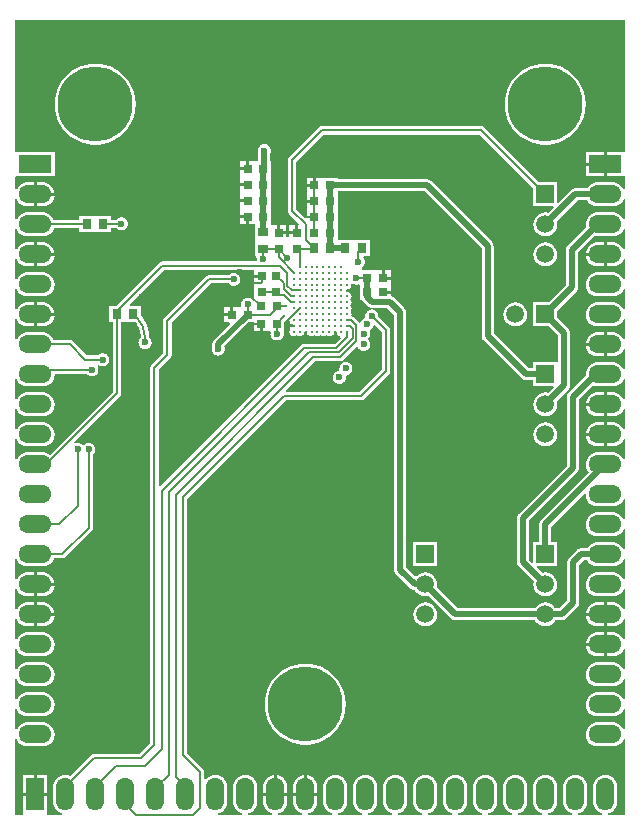
<source format=gtl>
G04*
G04 #@! TF.GenerationSoftware,Altium Limited,Altium Designer,18.1.9 (240)*
G04*
G04 Layer_Physical_Order=1*
G04 Layer_Color=255*
%FSLAX43Y43*%
%MOMM*%
G71*
G01*
G75*
%ADD11C,0.152*%
%ADD12C,0.200*%
%ADD15C,0.150*%
%ADD16R,0.750X0.800*%
%ADD17R,0.800X0.750*%
%ADD18R,0.850X0.800*%
%ADD19R,0.800X0.850*%
%ADD20C,0.250*%
%ADD34C,0.500*%
%ADD35C,1.500*%
%ADD36R,1.500X1.500*%
%ADD37R,1.500X1.500*%
%ADD38C,6.350*%
%ADD39O,2.794X1.524*%
%ADD40R,2.794X1.524*%
%ADD41O,1.524X2.794*%
%ADD42R,1.524X2.794*%
%ADD43C,0.600*%
G36*
X49949Y54467D02*
X49911Y54356D01*
X49822Y54356D01*
X48387D01*
Y53340D01*
Y52324D01*
X49822D01*
X49911Y52324D01*
X49949Y52213D01*
Y51245D01*
X49822Y51217D01*
X49792Y51280D01*
X49741Y51365D01*
X49681Y51445D01*
X49614Y51519D01*
X49540Y51586D01*
X49460Y51646D01*
X49375Y51697D01*
X49284Y51740D01*
X49190Y51773D01*
X49093Y51798D01*
X48995Y51812D01*
X48895Y51817D01*
X47625D01*
X47525Y51812D01*
X47427Y51798D01*
X47330Y51773D01*
X47236Y51740D01*
X47145Y51697D01*
X47060Y51646D01*
X46980Y51586D01*
X46906Y51519D01*
X46839Y51445D01*
X46779Y51365D01*
X46743Y51305D01*
X45720D01*
X45654Y51301D01*
X45589Y51288D01*
X45527Y51267D01*
X45467Y51237D01*
X45413Y51201D01*
X45363Y51157D01*
X44301Y50096D01*
X44184Y50144D01*
Y51804D01*
X42678D01*
X38031Y56451D01*
X37989Y56487D01*
X37941Y56516D01*
X37890Y56538D01*
X37836Y56551D01*
X37780Y56555D01*
X24250D01*
X24194Y56551D01*
X24140Y56538D01*
X24089Y56516D01*
X24041Y56487D01*
X23999Y56451D01*
X21499Y53951D01*
X21463Y53909D01*
X21434Y53861D01*
X21412Y53810D01*
X21399Y53756D01*
X21395Y53700D01*
Y49400D01*
X21399Y49344D01*
X21412Y49290D01*
X21434Y49239D01*
X21463Y49191D01*
X21499Y49149D01*
X22376Y48271D01*
X22328Y48154D01*
X22277D01*
Y47525D01*
X22150D01*
Y47398D01*
X21496D01*
Y47290D01*
X21406Y47200D01*
X21254Y47200D01*
Y47398D01*
X20600D01*
Y47525D01*
X20473D01*
Y48154D01*
X19979D01*
Y48254D01*
X19954D01*
Y49554D01*
X19954D01*
Y49596D01*
X19954D01*
Y50904D01*
X19954D01*
Y50946D01*
X19954D01*
Y52254D01*
X19954D01*
Y52296D01*
X19954D01*
Y53604D01*
X19905D01*
Y54272D01*
X19913Y54288D01*
X19936Y54356D01*
X19950Y54428D01*
X19955Y54500D01*
X19950Y54572D01*
X19936Y54644D01*
X19913Y54712D01*
X19881Y54778D01*
X19840Y54838D01*
X19793Y54893D01*
X19738Y54940D01*
X19678Y54981D01*
X19612Y55013D01*
X19544Y55036D01*
X19472Y55050D01*
X19400Y55055D01*
X19328Y55050D01*
X19256Y55036D01*
X19188Y55013D01*
X19122Y54981D01*
X19062Y54940D01*
X19007Y54893D01*
X18960Y54838D01*
X18919Y54778D01*
X18887Y54712D01*
X18864Y54644D01*
X18850Y54572D01*
X18845Y54500D01*
X18850Y54428D01*
X18864Y54356D01*
X18887Y54288D01*
X18895Y54272D01*
Y53604D01*
X18731D01*
X18696Y53604D01*
X18604D01*
X18569Y53604D01*
X18102D01*
Y52950D01*
X17975D01*
Y52823D01*
X17346D01*
Y52381D01*
X17346Y52296D01*
X17346Y52169D01*
Y51727D01*
X17975D01*
Y51473D01*
X17346D01*
Y51031D01*
X17346Y50946D01*
X17346Y50819D01*
Y50377D01*
X17975D01*
Y50123D01*
X17346D01*
Y49681D01*
X17346Y49596D01*
X17346Y49469D01*
Y49027D01*
X17975D01*
Y48900D01*
X18102D01*
Y48246D01*
X18494D01*
X18604Y48246D01*
X18621Y48126D01*
Y46981D01*
X18621Y46946D01*
X18621D01*
Y46854D01*
X18621D01*
Y45546D01*
X18664D01*
X18724Y45485D01*
X18759Y45419D01*
X18750Y45372D01*
X18745Y45300D01*
X18749Y45232D01*
X18749Y45227D01*
X18657Y45105D01*
X10750D01*
X10694Y45101D01*
X10640Y45088D01*
X10589Y45066D01*
X10541Y45037D01*
X10499Y45001D01*
X6877Y41379D01*
X6246D01*
Y40021D01*
X6595D01*
Y34097D01*
X1248Y28750D01*
X1200Y28786D01*
X1115Y28837D01*
X1024Y28880D01*
X930Y28913D01*
X833Y28938D01*
X735Y28952D01*
X635Y28957D01*
X-635D01*
X-735Y28952D01*
X-833Y28938D01*
X-930Y28913D01*
X-1024Y28880D01*
X-1115Y28837D01*
X-1200Y28786D01*
X-1280Y28726D01*
X-1354Y28659D01*
X-1421Y28585D01*
X-1481Y28505D01*
X-1532Y28420D01*
X-1562Y28357D01*
X-1689Y28385D01*
Y30035D01*
X-1562Y30063D01*
X-1532Y30000D01*
X-1481Y29915D01*
X-1421Y29835D01*
X-1354Y29761D01*
X-1280Y29694D01*
X-1200Y29634D01*
X-1115Y29583D01*
X-1024Y29540D01*
X-930Y29507D01*
X-833Y29482D01*
X-735Y29468D01*
X-635Y29463D01*
X635D01*
X735Y29468D01*
X833Y29482D01*
X930Y29507D01*
X1024Y29540D01*
X1115Y29583D01*
X1200Y29634D01*
X1280Y29694D01*
X1354Y29761D01*
X1421Y29835D01*
X1481Y29915D01*
X1532Y30000D01*
X1575Y30091D01*
X1608Y30185D01*
X1633Y30282D01*
X1647Y30380D01*
X1652Y30480D01*
X1647Y30580D01*
X1633Y30678D01*
X1608Y30775D01*
X1575Y30869D01*
X1532Y30960D01*
X1481Y31045D01*
X1421Y31125D01*
X1354Y31199D01*
X1280Y31266D01*
X1200Y31326D01*
X1115Y31377D01*
X1024Y31420D01*
X930Y31453D01*
X833Y31478D01*
X735Y31492D01*
X635Y31497D01*
X-635D01*
X-735Y31492D01*
X-833Y31478D01*
X-930Y31453D01*
X-1024Y31420D01*
X-1115Y31377D01*
X-1200Y31326D01*
X-1280Y31266D01*
X-1354Y31199D01*
X-1421Y31125D01*
X-1481Y31045D01*
X-1532Y30960D01*
X-1562Y30897D01*
X-1689Y30925D01*
Y32575D01*
X-1562Y32603D01*
X-1532Y32540D01*
X-1481Y32455D01*
X-1421Y32375D01*
X-1354Y32301D01*
X-1280Y32234D01*
X-1200Y32174D01*
X-1115Y32123D01*
X-1024Y32080D01*
X-930Y32047D01*
X-833Y32022D01*
X-735Y32008D01*
X-635Y32003D01*
X635D01*
X735Y32008D01*
X833Y32022D01*
X930Y32047D01*
X1024Y32080D01*
X1115Y32123D01*
X1200Y32174D01*
X1280Y32234D01*
X1354Y32301D01*
X1421Y32375D01*
X1481Y32455D01*
X1532Y32540D01*
X1575Y32631D01*
X1608Y32725D01*
X1633Y32822D01*
X1647Y32920D01*
X1652Y33020D01*
X1647Y33120D01*
X1633Y33218D01*
X1608Y33315D01*
X1575Y33409D01*
X1532Y33500D01*
X1481Y33585D01*
X1421Y33665D01*
X1354Y33739D01*
X1280Y33806D01*
X1200Y33866D01*
X1115Y33917D01*
X1024Y33960D01*
X930Y33993D01*
X833Y34018D01*
X735Y34032D01*
X635Y34037D01*
X-635D01*
X-735Y34032D01*
X-833Y34018D01*
X-930Y33993D01*
X-1024Y33960D01*
X-1115Y33917D01*
X-1200Y33866D01*
X-1280Y33806D01*
X-1354Y33739D01*
X-1421Y33665D01*
X-1481Y33585D01*
X-1532Y33500D01*
X-1562Y33437D01*
X-1689Y33465D01*
Y35115D01*
X-1562Y35143D01*
X-1532Y35080D01*
X-1481Y34995D01*
X-1421Y34915D01*
X-1354Y34841D01*
X-1280Y34774D01*
X-1200Y34714D01*
X-1115Y34663D01*
X-1024Y34620D01*
X-930Y34587D01*
X-833Y34562D01*
X-735Y34548D01*
X-635Y34543D01*
X635D01*
X735Y34548D01*
X833Y34562D01*
X930Y34587D01*
X1024Y34620D01*
X1115Y34663D01*
X1200Y34714D01*
X1280Y34774D01*
X1354Y34841D01*
X1421Y34915D01*
X1481Y34995D01*
X1532Y35080D01*
X1575Y35171D01*
X1608Y35265D01*
X1633Y35362D01*
X1647Y35460D01*
X1652Y35560D01*
X1685Y35594D01*
X4375D01*
X4407Y35557D01*
X4462Y35509D01*
X4522Y35468D01*
X4588Y35436D01*
X4656Y35413D01*
X4728Y35399D01*
X4800Y35394D01*
X4872Y35399D01*
X4944Y35413D01*
X5012Y35436D01*
X5078Y35468D01*
X5138Y35509D01*
X5193Y35557D01*
X5240Y35611D01*
X5281Y35672D01*
X5313Y35737D01*
X5336Y35806D01*
X5350Y35877D01*
X5355Y35949D01*
X5350Y36022D01*
X5336Y36093D01*
X5313Y36162D01*
X5287Y36214D01*
X5287Y36239D01*
X5344Y36359D01*
X5354Y36362D01*
X5362Y36360D01*
X5422Y36319D01*
X5488Y36287D01*
X5556Y36264D01*
X5628Y36250D01*
X5700Y36245D01*
X5772Y36250D01*
X5844Y36264D01*
X5912Y36287D01*
X5978Y36319D01*
X6038Y36360D01*
X6093Y36407D01*
X6140Y36462D01*
X6181Y36522D01*
X6213Y36588D01*
X6236Y36656D01*
X6250Y36728D01*
X6255Y36800D01*
X6250Y36872D01*
X6236Y36944D01*
X6213Y37012D01*
X6181Y37078D01*
X6140Y37138D01*
X6093Y37193D01*
X6038Y37240D01*
X5978Y37281D01*
X5912Y37313D01*
X5844Y37336D01*
X5772Y37350D01*
X5700Y37355D01*
X5628Y37350D01*
X5556Y37336D01*
X5488Y37313D01*
X5422Y37281D01*
X5362Y37240D01*
X5307Y37193D01*
X5275Y37155D01*
X4385D01*
X3189Y38351D01*
X3146Y38387D01*
X3099Y38416D01*
X3047Y38438D01*
X2993Y38451D01*
X2938Y38455D01*
X1587D01*
X1575Y38489D01*
X1532Y38580D01*
X1481Y38665D01*
X1421Y38745D01*
X1354Y38819D01*
X1280Y38886D01*
X1200Y38946D01*
X1115Y38997D01*
X1024Y39040D01*
X930Y39073D01*
X833Y39098D01*
X735Y39112D01*
X635Y39117D01*
X-635D01*
X-735Y39112D01*
X-833Y39098D01*
X-930Y39073D01*
X-1024Y39040D01*
X-1115Y38997D01*
X-1200Y38946D01*
X-1280Y38886D01*
X-1354Y38819D01*
X-1421Y38745D01*
X-1481Y38665D01*
X-1532Y38580D01*
X-1562Y38517D01*
X-1689Y38545D01*
Y40195D01*
X-1562Y40223D01*
X-1532Y40160D01*
X-1481Y40075D01*
X-1421Y39995D01*
X-1354Y39921D01*
X-1280Y39854D01*
X-1200Y39794D01*
X-1115Y39743D01*
X-1024Y39700D01*
X-930Y39667D01*
X-833Y39642D01*
X-735Y39628D01*
X-635Y39623D01*
X-127D01*
Y40640D01*
Y41657D01*
X-635D01*
X-735Y41652D01*
X-833Y41638D01*
X-930Y41613D01*
X-1024Y41580D01*
X-1115Y41537D01*
X-1200Y41486D01*
X-1280Y41426D01*
X-1354Y41359D01*
X-1421Y41285D01*
X-1481Y41205D01*
X-1532Y41120D01*
X-1562Y41057D01*
X-1689Y41085D01*
Y42735D01*
X-1562Y42763D01*
X-1532Y42700D01*
X-1481Y42615D01*
X-1421Y42535D01*
X-1354Y42461D01*
X-1280Y42394D01*
X-1200Y42334D01*
X-1115Y42283D01*
X-1024Y42240D01*
X-930Y42207D01*
X-833Y42182D01*
X-735Y42168D01*
X-635Y42163D01*
X635D01*
X735Y42168D01*
X833Y42182D01*
X930Y42207D01*
X1024Y42240D01*
X1115Y42283D01*
X1200Y42334D01*
X1280Y42394D01*
X1354Y42461D01*
X1421Y42535D01*
X1481Y42615D01*
X1532Y42700D01*
X1575Y42791D01*
X1608Y42885D01*
X1633Y42982D01*
X1647Y43080D01*
X1652Y43180D01*
X1647Y43280D01*
X1633Y43378D01*
X1608Y43475D01*
X1575Y43569D01*
X1532Y43660D01*
X1481Y43745D01*
X1421Y43825D01*
X1354Y43899D01*
X1280Y43966D01*
X1200Y44026D01*
X1115Y44077D01*
X1024Y44120D01*
X930Y44153D01*
X833Y44178D01*
X735Y44192D01*
X635Y44197D01*
X-635D01*
X-735Y44192D01*
X-833Y44178D01*
X-930Y44153D01*
X-1024Y44120D01*
X-1115Y44077D01*
X-1200Y44026D01*
X-1280Y43966D01*
X-1354Y43899D01*
X-1421Y43825D01*
X-1481Y43745D01*
X-1532Y43660D01*
X-1562Y43597D01*
X-1689Y43625D01*
Y45275D01*
X-1562Y45303D01*
X-1532Y45240D01*
X-1481Y45155D01*
X-1421Y45075D01*
X-1354Y45001D01*
X-1280Y44934D01*
X-1200Y44874D01*
X-1115Y44823D01*
X-1024Y44780D01*
X-930Y44747D01*
X-833Y44722D01*
X-735Y44708D01*
X-635Y44703D01*
X-127D01*
Y45720D01*
Y46737D01*
X-635D01*
X-735Y46732D01*
X-833Y46718D01*
X-930Y46693D01*
X-1024Y46660D01*
X-1115Y46617D01*
X-1200Y46566D01*
X-1280Y46506D01*
X-1354Y46439D01*
X-1421Y46365D01*
X-1481Y46285D01*
X-1532Y46200D01*
X-1562Y46137D01*
X-1689Y46165D01*
Y47815D01*
X-1562Y47843D01*
X-1532Y47780D01*
X-1481Y47695D01*
X-1421Y47615D01*
X-1354Y47541D01*
X-1280Y47474D01*
X-1200Y47414D01*
X-1115Y47363D01*
X-1024Y47320D01*
X-930Y47287D01*
X-833Y47262D01*
X-735Y47248D01*
X-635Y47243D01*
X635D01*
X735Y47248D01*
X833Y47262D01*
X930Y47287D01*
X1024Y47320D01*
X1115Y47363D01*
X1200Y47414D01*
X1280Y47474D01*
X1354Y47541D01*
X1421Y47615D01*
X1481Y47695D01*
X1532Y47780D01*
X1575Y47871D01*
X1587Y47905D01*
X3726D01*
Y47581D01*
X4999D01*
X5034Y47581D01*
X5126D01*
X5161Y47581D01*
X6434D01*
Y47905D01*
X6910D01*
X6962Y47860D01*
X7022Y47819D01*
X7088Y47787D01*
X7156Y47764D01*
X7228Y47750D01*
X7300Y47745D01*
X7372Y47750D01*
X7444Y47764D01*
X7512Y47787D01*
X7578Y47819D01*
X7638Y47860D01*
X7693Y47907D01*
X7740Y47962D01*
X7781Y48022D01*
X7813Y48088D01*
X7836Y48156D01*
X7850Y48228D01*
X7855Y48300D01*
X7850Y48372D01*
X7836Y48444D01*
X7813Y48512D01*
X7781Y48578D01*
X7740Y48638D01*
X7693Y48693D01*
X7638Y48740D01*
X7578Y48781D01*
X7512Y48813D01*
X7444Y48836D01*
X7372Y48850D01*
X7300Y48855D01*
X7228Y48850D01*
X7156Y48836D01*
X7088Y48813D01*
X7022Y48781D01*
X6962Y48740D01*
X6907Y48693D01*
X6860Y48638D01*
X6844Y48615D01*
X6434D01*
Y48939D01*
X5161D01*
X5126Y48939D01*
X5034D01*
X4999Y48939D01*
X3726D01*
Y48615D01*
X1587D01*
X1575Y48649D01*
X1532Y48740D01*
X1481Y48825D01*
X1421Y48905D01*
X1354Y48979D01*
X1280Y49046D01*
X1200Y49106D01*
X1115Y49157D01*
X1024Y49200D01*
X930Y49233D01*
X833Y49258D01*
X735Y49272D01*
X635Y49277D01*
X-635D01*
X-735Y49272D01*
X-833Y49258D01*
X-930Y49233D01*
X-1024Y49200D01*
X-1115Y49157D01*
X-1200Y49106D01*
X-1280Y49046D01*
X-1354Y48979D01*
X-1421Y48905D01*
X-1481Y48825D01*
X-1532Y48740D01*
X-1562Y48677D01*
X-1689Y48705D01*
Y50355D01*
X-1562Y50383D01*
X-1532Y50320D01*
X-1481Y50235D01*
X-1421Y50155D01*
X-1354Y50081D01*
X-1280Y50014D01*
X-1200Y49954D01*
X-1115Y49903D01*
X-1024Y49860D01*
X-930Y49827D01*
X-833Y49802D01*
X-735Y49788D01*
X-635Y49783D01*
X-127D01*
Y50800D01*
Y51817D01*
X-635D01*
X-735Y51812D01*
X-833Y51798D01*
X-930Y51773D01*
X-1024Y51740D01*
X-1115Y51697D01*
X-1200Y51646D01*
X-1280Y51586D01*
X-1354Y51519D01*
X-1421Y51445D01*
X-1481Y51365D01*
X-1532Y51280D01*
X-1562Y51217D01*
X-1689Y51245D01*
Y52213D01*
X-1651Y52324D01*
X-1562Y52324D01*
X1651D01*
Y54356D01*
X-1562D01*
X-1651Y54356D01*
X-1689Y54467D01*
Y65589D01*
X49949D01*
Y54467D01*
D02*
G37*
G36*
X42176Y51302D02*
Y49796D01*
X43836D01*
X43884Y49679D01*
X43436Y49231D01*
X43376Y49246D01*
X43279Y49260D01*
X43180Y49265D01*
X43081Y49260D01*
X42984Y49246D01*
X42888Y49222D01*
X42795Y49189D01*
X42706Y49147D01*
X42622Y49096D01*
X42542Y49037D01*
X42469Y48971D01*
X42403Y48898D01*
X42344Y48818D01*
X42293Y48734D01*
X42251Y48645D01*
X42218Y48552D01*
X42194Y48456D01*
X42180Y48359D01*
X42175Y48260D01*
X42180Y48161D01*
X42194Y48064D01*
X42218Y47968D01*
X42251Y47875D01*
X42293Y47786D01*
X42344Y47702D01*
X42403Y47622D01*
X42469Y47549D01*
X42542Y47483D01*
X42622Y47424D01*
X42706Y47373D01*
X42795Y47331D01*
X42888Y47298D01*
X42984Y47274D01*
X43081Y47260D01*
X43180Y47255D01*
X43279Y47260D01*
X43376Y47274D01*
X43472Y47298D01*
X43565Y47331D01*
X43654Y47373D01*
X43738Y47424D01*
X43818Y47483D01*
X43891Y47549D01*
X43957Y47622D01*
X44016Y47702D01*
X44067Y47786D01*
X44109Y47875D01*
X44142Y47968D01*
X44166Y48064D01*
X44180Y48161D01*
X44185Y48260D01*
X44180Y48359D01*
X44166Y48456D01*
X44151Y48516D01*
X45929Y50295D01*
X46743D01*
X46779Y50235D01*
X46839Y50155D01*
X46906Y50081D01*
X46980Y50014D01*
X47060Y49954D01*
X47145Y49903D01*
X47236Y49860D01*
X47330Y49827D01*
X47427Y49802D01*
X47525Y49788D01*
X47625Y49783D01*
X48895D01*
X48995Y49788D01*
X49093Y49802D01*
X49190Y49827D01*
X49284Y49860D01*
X49375Y49903D01*
X49460Y49954D01*
X49540Y50014D01*
X49614Y50081D01*
X49681Y50155D01*
X49741Y50235D01*
X49792Y50320D01*
X49822Y50383D01*
X49949Y50355D01*
Y48705D01*
X49822Y48677D01*
X49792Y48740D01*
X49741Y48825D01*
X49681Y48905D01*
X49614Y48979D01*
X49540Y49046D01*
X49460Y49106D01*
X49375Y49157D01*
X49284Y49200D01*
X49190Y49233D01*
X49093Y49258D01*
X48995Y49272D01*
X48895Y49277D01*
X47625D01*
X47525Y49272D01*
X47427Y49258D01*
X47330Y49233D01*
X47236Y49200D01*
X47145Y49157D01*
X47060Y49106D01*
X46980Y49046D01*
X46906Y48979D01*
X46839Y48905D01*
X46779Y48825D01*
X46728Y48740D01*
X46685Y48649D01*
X46652Y48555D01*
X46627Y48458D01*
X46613Y48360D01*
X46608Y48260D01*
X46613Y48160D01*
X46627Y48062D01*
X46641Y48006D01*
X45093Y46457D01*
X45049Y46407D01*
X45013Y46353D01*
X44983Y46293D01*
X44962Y46231D01*
X44949Y46166D01*
X44945Y46100D01*
Y43119D01*
X43470Y41644D01*
X42176D01*
Y39636D01*
X43470D01*
X44295Y38811D01*
Y36603D01*
X44184Y36564D01*
Y36564D01*
X42176D01*
Y36065D01*
X41749D01*
X38805Y39009D01*
Y46450D01*
X38801Y46516D01*
X38788Y46581D01*
X38767Y46643D01*
X38737Y46703D01*
X38701Y46757D01*
X38657Y46807D01*
X33557Y51907D01*
X33507Y51951D01*
X33453Y51987D01*
X33393Y52017D01*
X33331Y52038D01*
X33266Y52051D01*
X33200Y52055D01*
X25604D01*
Y52204D01*
X24381D01*
X24346Y52204D01*
X24254D01*
X24219Y52204D01*
X23752D01*
Y51550D01*
X23625D01*
Y51423D01*
X22996D01*
Y50981D01*
X22996Y50896D01*
X22996Y50769D01*
Y50327D01*
X23625D01*
Y50073D01*
X22996D01*
Y49631D01*
X22996Y49546D01*
X22996Y49419D01*
Y48822D01*
X22879Y48773D01*
X22105Y49547D01*
Y53553D01*
X24397Y55845D01*
X37633D01*
X42176Y51302D01*
D02*
G37*
G36*
X37795Y46241D02*
Y38800D01*
X37799Y38734D01*
X37812Y38669D01*
X37833Y38607D01*
X37863Y38547D01*
X37899Y38493D01*
X37943Y38443D01*
X41183Y35203D01*
X41233Y35159D01*
X41287Y35123D01*
X41347Y35093D01*
X41409Y35072D01*
X41474Y35059D01*
X41540Y35055D01*
X42176D01*
Y34556D01*
X43836D01*
X43884Y34439D01*
X43436Y33991D01*
X43376Y34006D01*
X43279Y34020D01*
X43180Y34025D01*
X43081Y34020D01*
X42984Y34006D01*
X42888Y33982D01*
X42795Y33949D01*
X42706Y33907D01*
X42622Y33856D01*
X42542Y33797D01*
X42469Y33731D01*
X42403Y33658D01*
X42344Y33578D01*
X42293Y33494D01*
X42251Y33405D01*
X42218Y33312D01*
X42194Y33216D01*
X42180Y33119D01*
X42175Y33020D01*
X42180Y32921D01*
X42194Y32824D01*
X42218Y32728D01*
X42251Y32635D01*
X42293Y32546D01*
X42344Y32462D01*
X42403Y32382D01*
X42469Y32309D01*
X42542Y32243D01*
X42622Y32184D01*
X42706Y32133D01*
X42795Y32091D01*
X42888Y32058D01*
X42984Y32034D01*
X43081Y32020D01*
X43180Y32015D01*
X43279Y32020D01*
X43376Y32034D01*
X43472Y32058D01*
X43565Y32091D01*
X43654Y32133D01*
X43738Y32184D01*
X43818Y32243D01*
X43891Y32309D01*
X43957Y32382D01*
X44016Y32462D01*
X44067Y32546D01*
X44109Y32635D01*
X44142Y32728D01*
X44166Y32824D01*
X44180Y32921D01*
X44185Y33020D01*
X44180Y33119D01*
X44166Y33216D01*
X44151Y33276D01*
X45157Y34283D01*
X45201Y34333D01*
X45237Y34387D01*
X45267Y34447D01*
X45288Y34509D01*
X45301Y34574D01*
X45305Y34640D01*
Y39020D01*
X45301Y39086D01*
X45288Y39151D01*
X45267Y39213D01*
X45237Y39273D01*
X45201Y39327D01*
X45157Y39377D01*
X44184Y40350D01*
Y40930D01*
X45807Y42553D01*
X45851Y42603D01*
X45887Y42657D01*
X45917Y42717D01*
X45938Y42779D01*
X45951Y42844D01*
X45955Y42910D01*
Y45891D01*
X47347Y47282D01*
X47427Y47262D01*
X47525Y47248D01*
X47625Y47243D01*
X48895D01*
X48995Y47248D01*
X49093Y47262D01*
X49190Y47287D01*
X49284Y47320D01*
X49375Y47363D01*
X49460Y47414D01*
X49540Y47474D01*
X49614Y47541D01*
X49681Y47615D01*
X49741Y47695D01*
X49792Y47780D01*
X49822Y47843D01*
X49949Y47815D01*
Y46165D01*
X49822Y46137D01*
X49792Y46200D01*
X49741Y46285D01*
X49681Y46365D01*
X49614Y46439D01*
X49540Y46506D01*
X49460Y46566D01*
X49375Y46617D01*
X49284Y46660D01*
X49190Y46693D01*
X49093Y46718D01*
X48995Y46732D01*
X48895Y46737D01*
X48387D01*
Y45720D01*
Y44703D01*
X48895D01*
X48995Y44708D01*
X49093Y44722D01*
X49190Y44747D01*
X49284Y44780D01*
X49375Y44823D01*
X49460Y44874D01*
X49540Y44934D01*
X49614Y45001D01*
X49681Y45075D01*
X49741Y45155D01*
X49792Y45240D01*
X49822Y45303D01*
X49949Y45275D01*
Y43625D01*
X49822Y43597D01*
X49792Y43660D01*
X49741Y43745D01*
X49681Y43825D01*
X49614Y43899D01*
X49540Y43966D01*
X49460Y44026D01*
X49375Y44077D01*
X49284Y44120D01*
X49190Y44153D01*
X49093Y44178D01*
X48995Y44192D01*
X48895Y44197D01*
X47625D01*
X47525Y44192D01*
X47427Y44178D01*
X47330Y44153D01*
X47236Y44120D01*
X47145Y44077D01*
X47060Y44026D01*
X46980Y43966D01*
X46906Y43899D01*
X46839Y43825D01*
X46779Y43745D01*
X46728Y43660D01*
X46685Y43569D01*
X46652Y43475D01*
X46627Y43378D01*
X46613Y43280D01*
X46608Y43180D01*
X46613Y43080D01*
X46627Y42982D01*
X46652Y42885D01*
X46685Y42791D01*
X46728Y42700D01*
X46779Y42615D01*
X46839Y42535D01*
X46906Y42461D01*
X46980Y42394D01*
X47060Y42334D01*
X47145Y42283D01*
X47236Y42240D01*
X47330Y42207D01*
X47427Y42182D01*
X47525Y42168D01*
X47625Y42163D01*
X48895D01*
X48995Y42168D01*
X49093Y42182D01*
X49190Y42207D01*
X49284Y42240D01*
X49375Y42283D01*
X49460Y42334D01*
X49540Y42394D01*
X49614Y42461D01*
X49681Y42535D01*
X49741Y42615D01*
X49792Y42700D01*
X49822Y42763D01*
X49949Y42735D01*
Y41085D01*
X49822Y41057D01*
X49792Y41120D01*
X49741Y41205D01*
X49681Y41285D01*
X49614Y41359D01*
X49540Y41426D01*
X49460Y41486D01*
X49375Y41537D01*
X49284Y41580D01*
X49190Y41613D01*
X49093Y41638D01*
X48995Y41652D01*
X48895Y41657D01*
X47625D01*
X47525Y41652D01*
X47427Y41638D01*
X47330Y41613D01*
X47236Y41580D01*
X47145Y41537D01*
X47060Y41486D01*
X46980Y41426D01*
X46906Y41359D01*
X46839Y41285D01*
X46779Y41205D01*
X46728Y41120D01*
X46685Y41029D01*
X46652Y40935D01*
X46627Y40838D01*
X46613Y40740D01*
X46608Y40640D01*
X46613Y40540D01*
X46627Y40442D01*
X46652Y40345D01*
X46685Y40251D01*
X46728Y40160D01*
X46779Y40075D01*
X46839Y39995D01*
X46906Y39921D01*
X46980Y39854D01*
X47060Y39794D01*
X47145Y39743D01*
X47236Y39700D01*
X47330Y39667D01*
X47427Y39642D01*
X47525Y39628D01*
X47625Y39623D01*
X48895D01*
X48995Y39628D01*
X49093Y39642D01*
X49190Y39667D01*
X49284Y39700D01*
X49375Y39743D01*
X49460Y39794D01*
X49540Y39854D01*
X49614Y39921D01*
X49681Y39995D01*
X49741Y40075D01*
X49792Y40160D01*
X49822Y40223D01*
X49949Y40195D01*
Y38545D01*
X49822Y38517D01*
X49792Y38580D01*
X49741Y38665D01*
X49681Y38745D01*
X49614Y38819D01*
X49540Y38886D01*
X49460Y38946D01*
X49375Y38997D01*
X49284Y39040D01*
X49190Y39073D01*
X49093Y39098D01*
X48995Y39112D01*
X48895Y39117D01*
X48387D01*
Y38100D01*
Y37083D01*
X48895D01*
X48995Y37088D01*
X49093Y37102D01*
X49190Y37127D01*
X49284Y37160D01*
X49375Y37203D01*
X49460Y37254D01*
X49540Y37314D01*
X49614Y37381D01*
X49681Y37455D01*
X49741Y37535D01*
X49792Y37620D01*
X49822Y37683D01*
X49949Y37655D01*
Y36005D01*
X49822Y35977D01*
X49792Y36040D01*
X49741Y36125D01*
X49681Y36205D01*
X49614Y36279D01*
X49540Y36346D01*
X49460Y36406D01*
X49375Y36457D01*
X49284Y36500D01*
X49190Y36533D01*
X49093Y36558D01*
X48995Y36572D01*
X48895Y36577D01*
X47625D01*
X47525Y36572D01*
X47427Y36558D01*
X47330Y36533D01*
X47236Y36500D01*
X47145Y36457D01*
X47060Y36406D01*
X46980Y36346D01*
X46906Y36279D01*
X46839Y36205D01*
X46779Y36125D01*
X46728Y36040D01*
X46685Y35949D01*
X46652Y35855D01*
X46627Y35758D01*
X46613Y35660D01*
X46608Y35560D01*
X46613Y35460D01*
X46617Y35431D01*
X45143Y33957D01*
X45099Y33907D01*
X45063Y33853D01*
X45033Y33793D01*
X45012Y33731D01*
X44999Y33666D01*
X44995Y33600D01*
Y27809D01*
X40943Y23757D01*
X40899Y23707D01*
X40863Y23653D01*
X40833Y23593D01*
X40812Y23531D01*
X40799Y23466D01*
X40795Y23400D01*
Y19660D01*
X40799Y19594D01*
X40812Y19529D01*
X40833Y19467D01*
X40863Y19407D01*
X40899Y19353D01*
X40943Y19303D01*
X42209Y18036D01*
X42194Y17976D01*
X42180Y17879D01*
X42175Y17780D01*
X42180Y17681D01*
X42194Y17584D01*
X42218Y17488D01*
X42251Y17395D01*
X42293Y17306D01*
X42344Y17222D01*
X42403Y17142D01*
X42469Y17069D01*
X42542Y17003D01*
X42622Y16944D01*
X42706Y16893D01*
X42795Y16851D01*
X42888Y16818D01*
X42984Y16794D01*
X43081Y16780D01*
X43180Y16775D01*
X43279Y16780D01*
X43376Y16794D01*
X43472Y16818D01*
X43565Y16851D01*
X43654Y16893D01*
X43738Y16944D01*
X43818Y17003D01*
X43891Y17069D01*
X43957Y17142D01*
X44016Y17222D01*
X44067Y17306D01*
X44109Y17395D01*
X44142Y17488D01*
X44166Y17584D01*
X44180Y17681D01*
X44185Y17780D01*
X44180Y17879D01*
X44166Y17976D01*
X44142Y18072D01*
X44109Y18165D01*
X44067Y18254D01*
X44016Y18338D01*
X43957Y18418D01*
X43891Y18491D01*
X43818Y18557D01*
X43738Y18616D01*
X43654Y18667D01*
X43565Y18709D01*
X43472Y18742D01*
X43376Y18766D01*
X43279Y18780D01*
X43180Y18785D01*
X43081Y18780D01*
X42984Y18766D01*
X42924Y18751D01*
X42476Y19199D01*
X42524Y19316D01*
X44184D01*
Y21324D01*
X43685D01*
Y22651D01*
X46483Y25449D01*
X46595Y25405D01*
X46608Y25394D01*
X46613Y25300D01*
X46627Y25202D01*
X46652Y25105D01*
X46685Y25011D01*
X46728Y24920D01*
X46779Y24835D01*
X46839Y24755D01*
X46906Y24681D01*
X46980Y24614D01*
X47060Y24554D01*
X47145Y24503D01*
X47236Y24460D01*
X47330Y24427D01*
X47427Y24402D01*
X47525Y24388D01*
X47625Y24383D01*
X48895D01*
X48995Y24388D01*
X49093Y24402D01*
X49190Y24427D01*
X49284Y24460D01*
X49375Y24503D01*
X49460Y24554D01*
X49540Y24614D01*
X49614Y24681D01*
X49681Y24755D01*
X49741Y24835D01*
X49792Y24920D01*
X49822Y24983D01*
X49949Y24955D01*
Y23305D01*
X49822Y23277D01*
X49792Y23340D01*
X49741Y23425D01*
X49681Y23505D01*
X49614Y23579D01*
X49540Y23646D01*
X49460Y23706D01*
X49375Y23757D01*
X49284Y23800D01*
X49190Y23833D01*
X49093Y23858D01*
X48995Y23872D01*
X48895Y23877D01*
X47625D01*
X47525Y23872D01*
X47427Y23858D01*
X47330Y23833D01*
X47236Y23800D01*
X47145Y23757D01*
X47060Y23706D01*
X46980Y23646D01*
X46906Y23579D01*
X46839Y23505D01*
X46779Y23425D01*
X46728Y23340D01*
X46685Y23249D01*
X46652Y23155D01*
X46627Y23058D01*
X46613Y22960D01*
X46608Y22860D01*
X46613Y22760D01*
X46627Y22662D01*
X46652Y22565D01*
X46685Y22471D01*
X46728Y22380D01*
X46779Y22295D01*
X46839Y22215D01*
X46906Y22141D01*
X46980Y22074D01*
X47060Y22014D01*
X47145Y21963D01*
X47236Y21920D01*
X47330Y21887D01*
X47427Y21862D01*
X47525Y21848D01*
X47625Y21843D01*
X48895D01*
X48995Y21848D01*
X49093Y21862D01*
X49190Y21887D01*
X49284Y21920D01*
X49375Y21963D01*
X49460Y22014D01*
X49540Y22074D01*
X49614Y22141D01*
X49681Y22215D01*
X49741Y22295D01*
X49792Y22380D01*
X49822Y22443D01*
X49949Y22415D01*
Y20765D01*
X49822Y20737D01*
X49792Y20800D01*
X49741Y20885D01*
X49681Y20965D01*
X49614Y21039D01*
X49540Y21106D01*
X49460Y21166D01*
X49375Y21217D01*
X49284Y21260D01*
X49190Y21293D01*
X49093Y21318D01*
X48995Y21332D01*
X48895Y21337D01*
X47625D01*
X47525Y21332D01*
X47427Y21318D01*
X47330Y21293D01*
X47236Y21260D01*
X47145Y21217D01*
X47060Y21166D01*
X46980Y21106D01*
X46906Y21039D01*
X46839Y20965D01*
X46779Y20885D01*
X46743Y20825D01*
X46220D01*
X46154Y20821D01*
X46089Y20808D01*
X46027Y20787D01*
X45967Y20757D01*
X45913Y20721D01*
X45863Y20677D01*
X45193Y20007D01*
X45149Y19957D01*
X45113Y19903D01*
X45083Y19843D01*
X45062Y19781D01*
X45049Y19716D01*
X45045Y19650D01*
Y16409D01*
X44381Y15745D01*
X44048D01*
X44016Y15798D01*
X43957Y15878D01*
X43891Y15951D01*
X43818Y16017D01*
X43738Y16076D01*
X43654Y16127D01*
X43565Y16169D01*
X43472Y16202D01*
X43376Y16226D01*
X43279Y16240D01*
X43180Y16245D01*
X43081Y16240D01*
X42984Y16226D01*
X42888Y16202D01*
X42795Y16169D01*
X42706Y16127D01*
X42622Y16076D01*
X42542Y16017D01*
X42469Y15951D01*
X42403Y15878D01*
X42344Y15798D01*
X42312Y15745D01*
X35769D01*
X33991Y17524D01*
X34006Y17584D01*
X34020Y17681D01*
X34025Y17780D01*
X34020Y17879D01*
X34006Y17976D01*
X33982Y18072D01*
X33949Y18165D01*
X33907Y18254D01*
X33856Y18338D01*
X33797Y18418D01*
X33731Y18491D01*
X33658Y18557D01*
X33578Y18616D01*
X33494Y18667D01*
X33405Y18709D01*
X33312Y18742D01*
X33216Y18766D01*
X33119Y18780D01*
X33020Y18785D01*
X32921Y18780D01*
X32824Y18766D01*
X32728Y18742D01*
X32635Y18709D01*
X32546Y18667D01*
X32462Y18616D01*
X32382Y18557D01*
X32309Y18491D01*
X32306Y18488D01*
X32139Y18475D01*
X31405Y19209D01*
Y40800D01*
X31401Y40866D01*
X31388Y40931D01*
X31367Y40993D01*
X31337Y41053D01*
X31301Y41107D01*
X31257Y41157D01*
X30357Y42057D01*
X30307Y42101D01*
X30253Y42137D01*
X30193Y42167D01*
X30131Y42188D01*
X30104Y42193D01*
Y42373D01*
X29475D01*
Y42627D01*
X30104D01*
Y43046D01*
Y43573D01*
X29475D01*
Y43700D01*
X29348D01*
Y44354D01*
X28846D01*
Y44354D01*
X28754D01*
Y44354D01*
X27705D01*
X27627Y44561D01*
Y44561D01*
X27627D01*
X27692Y44663D01*
X27743Y44707D01*
X27790Y44762D01*
X27831Y44822D01*
X27863Y44888D01*
X27886Y44956D01*
X27900Y45028D01*
X27905Y45100D01*
X27900Y45172D01*
X27886Y45244D01*
X27863Y45312D01*
X27831Y45378D01*
X27790Y45438D01*
X27785Y45444D01*
X27843Y45571D01*
X28304D01*
Y46929D01*
X27031D01*
X26996Y46929D01*
X26904D01*
X26869Y46929D01*
X25604D01*
Y48196D01*
Y49504D01*
X25604D01*
Y49546D01*
X25604D01*
Y50854D01*
X25604D01*
Y50896D01*
X25604D01*
Y51045D01*
X32991D01*
X37795Y46241D01*
D02*
G37*
G36*
X18546Y44002D02*
X19200D01*
Y43748D01*
X18546D01*
Y43281D01*
X18546Y43246D01*
Y43154D01*
X18546Y43154D01*
Y42060D01*
X18496Y41954D01*
X18384Y41917D01*
X18369Y41913D01*
X18338Y41940D01*
X18278Y41981D01*
X18212Y42013D01*
X18144Y42036D01*
X18072Y42050D01*
X18000Y42055D01*
X17928Y42050D01*
X17856Y42036D01*
X17788Y42013D01*
X17722Y41981D01*
X17662Y41940D01*
X17607Y41893D01*
X17560Y41838D01*
X17519Y41778D01*
X17487Y41712D01*
X17464Y41644D01*
X17450Y41572D01*
X17445Y41500D01*
X17450Y41428D01*
X17459Y41381D01*
X17437Y41340D01*
X17346Y41254D01*
X17254D01*
Y41254D01*
X16752D01*
Y40600D01*
X16625D01*
Y40473D01*
X15996D01*
Y39946D01*
X16441D01*
X16489Y39829D01*
X15143Y38482D01*
X15099Y38432D01*
X15063Y38378D01*
X15033Y38318D01*
X15012Y38256D01*
X14999Y38191D01*
X14995Y38125D01*
Y37928D01*
X14987Y37912D01*
X14964Y37844D01*
X14950Y37772D01*
X14945Y37700D01*
X14950Y37628D01*
X14964Y37556D01*
X14987Y37488D01*
X15019Y37422D01*
X15060Y37362D01*
X15107Y37307D01*
X15162Y37260D01*
X15222Y37219D01*
X15288Y37187D01*
X15356Y37164D01*
X15428Y37150D01*
X15500Y37145D01*
X15572Y37150D01*
X15644Y37164D01*
X15712Y37187D01*
X15778Y37219D01*
X15838Y37260D01*
X15893Y37307D01*
X15940Y37362D01*
X15981Y37422D01*
X16013Y37488D01*
X16036Y37556D01*
X16050Y37628D01*
X16055Y37700D01*
X16050Y37772D01*
X16036Y37844D01*
X16013Y37912D01*
X16009Y37920D01*
X18035Y39946D01*
X18496D01*
Y39196D01*
X18998D01*
Y39850D01*
X19252D01*
Y39196D01*
X19754D01*
Y39196D01*
X19846D01*
X19853Y39190D01*
X19929Y39069D01*
X19925Y39047D01*
X19920Y38975D01*
X19925Y38903D01*
X19939Y38831D01*
X19962Y38763D01*
X19994Y38697D01*
X20035Y38637D01*
X20082Y38582D01*
X20137Y38535D01*
X20197Y38494D01*
X20263Y38462D01*
X20331Y38439D01*
X20403Y38425D01*
X20475Y38420D01*
X20547Y38425D01*
X20619Y38439D01*
X20687Y38462D01*
X20753Y38494D01*
X20813Y38535D01*
X20868Y38582D01*
X20915Y38637D01*
X20956Y38697D01*
X20988Y38763D01*
X21011Y38831D01*
X21025Y38903D01*
X21030Y38975D01*
X21025Y39047D01*
X21021Y39069D01*
X21038Y39096D01*
X21104Y39196D01*
X21104Y39196D01*
X21104Y39196D01*
Y39952D01*
X21257Y40105D01*
X21273Y40111D01*
X21323Y40142D01*
X21369Y40181D01*
X21398Y40215D01*
X21412Y40214D01*
X21520Y40150D01*
X21525Y40091D01*
X21538Y40033D01*
X21561Y39977D01*
X21592Y39927D01*
X21615Y39900D01*
X21592Y39873D01*
X21561Y39823D01*
X21542Y39777D01*
X21830D01*
X21841Y39774D01*
X21900Y39770D01*
Y39530D01*
X21841Y39526D01*
X21830Y39523D01*
X21542D01*
X21561Y39477D01*
X21592Y39427D01*
X21615Y39400D01*
X21592Y39373D01*
X21561Y39323D01*
X21538Y39267D01*
X21525Y39209D01*
X21520Y39150D01*
X21525Y39091D01*
X21538Y39033D01*
X21561Y38977D01*
X21592Y38927D01*
X21631Y38881D01*
X21677Y38842D01*
X21727Y38811D01*
X21783Y38788D01*
X21841Y38775D01*
X21900Y38770D01*
X21959Y38775D01*
X22017Y38788D01*
X22073Y38811D01*
X22123Y38842D01*
X22150Y38865D01*
X22177Y38842D01*
X22227Y38811D01*
X22283Y38788D01*
X22341Y38775D01*
X22400Y38770D01*
X22459Y38775D01*
X22517Y38788D01*
X22573Y38811D01*
X22623Y38842D01*
X22650Y38865D01*
X22677Y38842D01*
X22727Y38811D01*
X22773Y38792D01*
Y39080D01*
X22776Y39091D01*
X22780Y39150D01*
X23020D01*
X23024Y39091D01*
X23027Y39080D01*
Y38792D01*
X23073Y38811D01*
X23123Y38842D01*
X23150Y38865D01*
X23177Y38842D01*
X23227Y38811D01*
X23283Y38788D01*
X23341Y38775D01*
X23400Y38770D01*
X23459Y38775D01*
X23517Y38788D01*
X23573Y38811D01*
X23623Y38842D01*
X23650Y38865D01*
X23677Y38842D01*
X23727Y38811D01*
X23783Y38788D01*
X23841Y38775D01*
X23900Y38770D01*
X23959Y38775D01*
X24017Y38788D01*
X24073Y38811D01*
X24123Y38842D01*
X24150Y38865D01*
X24177Y38842D01*
X24227Y38811D01*
X24283Y38788D01*
X24341Y38775D01*
X24400Y38770D01*
X24459Y38775D01*
X24517Y38788D01*
X24573Y38811D01*
X24623Y38842D01*
X24650Y38865D01*
X24677Y38842D01*
X24727Y38811D01*
X24783Y38788D01*
X24841Y38775D01*
X24900Y38770D01*
X24959Y38775D01*
X25017Y38788D01*
X25073Y38811D01*
X25123Y38842D01*
X25150Y38865D01*
X25177Y38842D01*
X25227Y38811D01*
X25273Y38792D01*
Y39080D01*
X25276Y39091D01*
X25280Y39150D01*
X25520D01*
X25524Y39091D01*
X25527Y39080D01*
Y38792D01*
X25573Y38811D01*
X25623Y38842D01*
X25650Y38865D01*
X25677Y38842D01*
X25727Y38811D01*
X25783Y38788D01*
X25831Y38777D01*
X25848Y38748D01*
X25877Y38644D01*
X25388Y38155D01*
X22800D01*
X22744Y38151D01*
X22690Y38138D01*
X22639Y38116D01*
X22591Y38087D01*
X22549Y38051D01*
X10572Y26075D01*
X10455Y26123D01*
Y35953D01*
X11451Y36949D01*
X11487Y36991D01*
X11516Y37039D01*
X11538Y37090D01*
X11551Y37144D01*
X11555Y37200D01*
Y39953D01*
X14847Y43245D01*
X16375D01*
X16407Y43207D01*
X16462Y43160D01*
X16522Y43119D01*
X16588Y43087D01*
X16656Y43064D01*
X16728Y43050D01*
X16800Y43045D01*
X16872Y43050D01*
X16944Y43064D01*
X17012Y43087D01*
X17078Y43119D01*
X17138Y43160D01*
X17193Y43207D01*
X17240Y43262D01*
X17281Y43322D01*
X17313Y43388D01*
X17336Y43456D01*
X17350Y43528D01*
X17355Y43600D01*
X17350Y43672D01*
X17336Y43744D01*
X17313Y43812D01*
X17281Y43878D01*
X17240Y43938D01*
X17193Y43993D01*
X17138Y44040D01*
X17078Y44081D01*
X17012Y44113D01*
X16944Y44136D01*
X16872Y44150D01*
X16800Y44155D01*
X16728Y44150D01*
X16656Y44136D01*
X16588Y44113D01*
X16522Y44081D01*
X16462Y44040D01*
X16407Y43993D01*
X16375Y43955D01*
X14700D01*
X14644Y43951D01*
X14590Y43938D01*
X14539Y43916D01*
X14491Y43887D01*
X14449Y43851D01*
X10949Y40351D01*
X10913Y40309D01*
X10884Y40261D01*
X10862Y40210D01*
X10849Y40156D01*
X10845Y40100D01*
Y37347D01*
X9849Y36351D01*
X9813Y36309D01*
X9784Y36261D01*
X9762Y36210D01*
X9749Y36156D01*
X9745Y36100D01*
Y4347D01*
X8803Y3405D01*
X4950D01*
X4894Y3401D01*
X4840Y3388D01*
X4789Y3366D01*
X4741Y3337D01*
X4699Y3301D01*
X2959Y1561D01*
X2929Y1575D01*
X2835Y1608D01*
X2738Y1633D01*
X2640Y1647D01*
X2540Y1652D01*
X2440Y1647D01*
X2342Y1633D01*
X2245Y1608D01*
X2151Y1575D01*
X2060Y1532D01*
X1975Y1481D01*
X1895Y1421D01*
X1821Y1354D01*
X1754Y1280D01*
X1694Y1200D01*
X1643Y1115D01*
X1600Y1024D01*
X1567Y930D01*
X1542Y833D01*
X1528Y735D01*
X1523Y635D01*
Y-635D01*
X1528Y-735D01*
X1542Y-833D01*
X1567Y-930D01*
X1600Y-1024D01*
X1643Y-1115D01*
X1694Y-1200D01*
X1754Y-1280D01*
X1821Y-1354D01*
X1895Y-1421D01*
X1975Y-1481D01*
X2060Y-1532D01*
X2151Y-1575D01*
X2245Y-1608D01*
X2298Y-1622D01*
X2282Y-1749D01*
X1087D01*
X1016Y-1651D01*
X1016Y-1622D01*
Y-127D01*
X0D01*
X-1016D01*
Y-1622D01*
X-1016Y-1651D01*
X-1087Y-1749D01*
X-1689D01*
Y4635D01*
X-1562Y4663D01*
X-1532Y4600D01*
X-1481Y4515D01*
X-1421Y4435D01*
X-1354Y4361D01*
X-1280Y4294D01*
X-1200Y4234D01*
X-1115Y4183D01*
X-1024Y4140D01*
X-930Y4107D01*
X-833Y4082D01*
X-735Y4068D01*
X-635Y4063D01*
X635D01*
X735Y4068D01*
X833Y4082D01*
X930Y4107D01*
X1024Y4140D01*
X1115Y4183D01*
X1200Y4234D01*
X1280Y4294D01*
X1354Y4361D01*
X1421Y4435D01*
X1481Y4515D01*
X1532Y4600D01*
X1575Y4691D01*
X1608Y4785D01*
X1633Y4882D01*
X1647Y4980D01*
X1652Y5080D01*
X1647Y5180D01*
X1633Y5278D01*
X1608Y5375D01*
X1575Y5469D01*
X1532Y5560D01*
X1481Y5645D01*
X1421Y5725D01*
X1354Y5799D01*
X1280Y5866D01*
X1200Y5926D01*
X1115Y5977D01*
X1024Y6020D01*
X930Y6053D01*
X833Y6078D01*
X735Y6092D01*
X635Y6097D01*
X-635D01*
X-735Y6092D01*
X-833Y6078D01*
X-930Y6053D01*
X-1024Y6020D01*
X-1115Y5977D01*
X-1200Y5926D01*
X-1280Y5866D01*
X-1354Y5799D01*
X-1421Y5725D01*
X-1481Y5645D01*
X-1532Y5560D01*
X-1562Y5497D01*
X-1689Y5525D01*
Y7175D01*
X-1562Y7203D01*
X-1532Y7140D01*
X-1481Y7055D01*
X-1421Y6975D01*
X-1354Y6901D01*
X-1280Y6834D01*
X-1200Y6774D01*
X-1115Y6723D01*
X-1024Y6680D01*
X-930Y6647D01*
X-833Y6622D01*
X-735Y6608D01*
X-635Y6603D01*
X635D01*
X735Y6608D01*
X833Y6622D01*
X930Y6647D01*
X1024Y6680D01*
X1115Y6723D01*
X1200Y6774D01*
X1280Y6834D01*
X1354Y6901D01*
X1421Y6975D01*
X1481Y7055D01*
X1532Y7140D01*
X1575Y7231D01*
X1608Y7325D01*
X1633Y7422D01*
X1647Y7520D01*
X1652Y7620D01*
X1647Y7720D01*
X1633Y7818D01*
X1608Y7915D01*
X1575Y8009D01*
X1532Y8100D01*
X1481Y8185D01*
X1421Y8265D01*
X1354Y8339D01*
X1280Y8406D01*
X1200Y8466D01*
X1115Y8517D01*
X1024Y8560D01*
X930Y8593D01*
X833Y8618D01*
X735Y8632D01*
X635Y8637D01*
X-635D01*
X-735Y8632D01*
X-833Y8618D01*
X-930Y8593D01*
X-1024Y8560D01*
X-1115Y8517D01*
X-1200Y8466D01*
X-1280Y8406D01*
X-1354Y8339D01*
X-1421Y8265D01*
X-1481Y8185D01*
X-1532Y8100D01*
X-1562Y8037D01*
X-1689Y8065D01*
Y9715D01*
X-1562Y9743D01*
X-1532Y9680D01*
X-1481Y9595D01*
X-1421Y9515D01*
X-1354Y9441D01*
X-1280Y9374D01*
X-1200Y9314D01*
X-1115Y9263D01*
X-1024Y9220D01*
X-930Y9187D01*
X-833Y9162D01*
X-735Y9148D01*
X-635Y9143D01*
X635D01*
X735Y9148D01*
X833Y9162D01*
X930Y9187D01*
X1024Y9220D01*
X1115Y9263D01*
X1200Y9314D01*
X1280Y9374D01*
X1354Y9441D01*
X1421Y9515D01*
X1481Y9595D01*
X1532Y9680D01*
X1575Y9771D01*
X1608Y9865D01*
X1633Y9962D01*
X1647Y10060D01*
X1652Y10160D01*
X1647Y10260D01*
X1633Y10358D01*
X1608Y10455D01*
X1575Y10549D01*
X1532Y10640D01*
X1481Y10725D01*
X1421Y10805D01*
X1354Y10879D01*
X1280Y10946D01*
X1200Y11006D01*
X1115Y11057D01*
X1024Y11100D01*
X930Y11133D01*
X833Y11158D01*
X735Y11172D01*
X635Y11177D01*
X-635D01*
X-735Y11172D01*
X-833Y11158D01*
X-930Y11133D01*
X-1024Y11100D01*
X-1115Y11057D01*
X-1200Y11006D01*
X-1280Y10946D01*
X-1354Y10879D01*
X-1421Y10805D01*
X-1481Y10725D01*
X-1532Y10640D01*
X-1562Y10577D01*
X-1689Y10605D01*
Y12255D01*
X-1562Y12283D01*
X-1532Y12220D01*
X-1481Y12135D01*
X-1421Y12055D01*
X-1354Y11981D01*
X-1280Y11914D01*
X-1200Y11854D01*
X-1115Y11803D01*
X-1024Y11760D01*
X-930Y11727D01*
X-833Y11702D01*
X-735Y11688D01*
X-635Y11683D01*
X635D01*
X735Y11688D01*
X833Y11702D01*
X930Y11727D01*
X1024Y11760D01*
X1115Y11803D01*
X1200Y11854D01*
X1280Y11914D01*
X1354Y11981D01*
X1421Y12055D01*
X1481Y12135D01*
X1532Y12220D01*
X1575Y12311D01*
X1608Y12405D01*
X1633Y12502D01*
X1647Y12600D01*
X1652Y12700D01*
X1647Y12800D01*
X1633Y12898D01*
X1608Y12995D01*
X1575Y13089D01*
X1532Y13180D01*
X1481Y13265D01*
X1421Y13345D01*
X1354Y13419D01*
X1280Y13486D01*
X1200Y13546D01*
X1115Y13597D01*
X1024Y13640D01*
X930Y13673D01*
X833Y13698D01*
X735Y13712D01*
X635Y13717D01*
X-635D01*
X-735Y13712D01*
X-833Y13698D01*
X-930Y13673D01*
X-1024Y13640D01*
X-1115Y13597D01*
X-1200Y13546D01*
X-1280Y13486D01*
X-1354Y13419D01*
X-1421Y13345D01*
X-1481Y13265D01*
X-1532Y13180D01*
X-1562Y13117D01*
X-1689Y13145D01*
Y14795D01*
X-1562Y14823D01*
X-1532Y14760D01*
X-1481Y14675D01*
X-1421Y14595D01*
X-1354Y14521D01*
X-1280Y14454D01*
X-1200Y14394D01*
X-1115Y14343D01*
X-1024Y14300D01*
X-930Y14267D01*
X-833Y14242D01*
X-735Y14228D01*
X-635Y14223D01*
X-127D01*
Y15240D01*
Y16257D01*
X-635D01*
X-735Y16252D01*
X-833Y16238D01*
X-930Y16213D01*
X-1024Y16180D01*
X-1115Y16137D01*
X-1200Y16086D01*
X-1280Y16026D01*
X-1354Y15959D01*
X-1421Y15885D01*
X-1481Y15805D01*
X-1532Y15720D01*
X-1562Y15657D01*
X-1689Y15685D01*
Y17335D01*
X-1562Y17363D01*
X-1532Y17300D01*
X-1481Y17215D01*
X-1421Y17135D01*
X-1354Y17061D01*
X-1280Y16994D01*
X-1200Y16934D01*
X-1115Y16883D01*
X-1024Y16840D01*
X-930Y16807D01*
X-833Y16782D01*
X-735Y16768D01*
X-635Y16763D01*
X-127D01*
Y17780D01*
Y18797D01*
X-635D01*
X-735Y18792D01*
X-833Y18778D01*
X-930Y18753D01*
X-1024Y18720D01*
X-1115Y18677D01*
X-1200Y18626D01*
X-1280Y18566D01*
X-1354Y18499D01*
X-1421Y18425D01*
X-1481Y18345D01*
X-1532Y18260D01*
X-1562Y18197D01*
X-1689Y18225D01*
Y19875D01*
X-1562Y19903D01*
X-1532Y19840D01*
X-1481Y19755D01*
X-1421Y19675D01*
X-1354Y19601D01*
X-1280Y19534D01*
X-1200Y19474D01*
X-1115Y19423D01*
X-1024Y19380D01*
X-930Y19347D01*
X-833Y19322D01*
X-735Y19308D01*
X-635Y19303D01*
X635D01*
X735Y19308D01*
X833Y19322D01*
X930Y19347D01*
X1024Y19380D01*
X1115Y19423D01*
X1200Y19474D01*
X1280Y19534D01*
X1354Y19601D01*
X1421Y19675D01*
X1481Y19755D01*
X1532Y19840D01*
X1575Y19931D01*
X1587Y19965D01*
X2301D01*
X2356Y19969D01*
X2411Y19982D01*
X2462Y20004D01*
X2510Y20033D01*
X2552Y20069D01*
X4773Y22291D01*
X4810Y22333D01*
X4839Y22380D01*
X4860Y22432D01*
X4873Y22486D01*
X4878Y22542D01*
Y28775D01*
X4915Y28807D01*
X4963Y28862D01*
X5003Y28922D01*
X5035Y28988D01*
X5059Y29056D01*
X5073Y29128D01*
X5078Y29200D01*
X5073Y29272D01*
X5059Y29344D01*
X5035Y29412D01*
X5003Y29478D01*
X4963Y29538D01*
X4915Y29593D01*
X4860Y29640D01*
X4800Y29681D01*
X4735Y29713D01*
X4666Y29736D01*
X4595Y29750D01*
X4522Y29755D01*
X4450Y29750D01*
X4379Y29736D01*
X4310Y29713D01*
X4245Y29681D01*
X4184Y29640D01*
X4147Y29607D01*
X4124Y29593D01*
X3998D01*
X3976Y29607D01*
X3938Y29640D01*
X3878Y29681D01*
X3812Y29713D01*
X3744Y29736D01*
X3672Y29750D01*
X3600Y29755D01*
X3528Y29750D01*
X3456Y29736D01*
X3388Y29713D01*
X3327Y29825D01*
X7201Y33699D01*
X7237Y33741D01*
X7266Y33789D01*
X7288Y33840D01*
X7301Y33894D01*
X7305Y33950D01*
Y40021D01*
X7519D01*
X7554Y40021D01*
Y40021D01*
X7646D01*
Y40021D01*
X8459D01*
X8494Y39979D01*
X8578Y39862D01*
X8653Y39741D01*
X8720Y39615D01*
X8780Y39484D01*
X8830Y39351D01*
X8871Y39214D01*
X8904Y39074D01*
X8927Y38933D01*
X8941Y38791D01*
X8945Y38676D01*
X8907Y38643D01*
X8860Y38588D01*
X8819Y38528D01*
X8787Y38462D01*
X8764Y38394D01*
X8750Y38322D01*
X8745Y38250D01*
X8750Y38178D01*
X8764Y38106D01*
X8787Y38038D01*
X8819Y37972D01*
X8860Y37912D01*
X8907Y37857D01*
X8962Y37810D01*
X9022Y37769D01*
X9088Y37737D01*
X9156Y37714D01*
X9228Y37700D01*
X9300Y37695D01*
X9372Y37700D01*
X9444Y37714D01*
X9512Y37737D01*
X9578Y37769D01*
X9638Y37810D01*
X9693Y37857D01*
X9740Y37912D01*
X9781Y37972D01*
X9813Y38038D01*
X9836Y38106D01*
X9850Y38178D01*
X9855Y38250D01*
X9850Y38322D01*
X9836Y38394D01*
X9813Y38462D01*
X9781Y38528D01*
X9740Y38588D01*
X9693Y38643D01*
X9654Y38676D01*
X9651Y38810D01*
X9637Y38972D01*
X9614Y39133D01*
X9583Y39292D01*
X9542Y39449D01*
X9493Y39604D01*
X9435Y39756D01*
X9368Y39904D01*
X9294Y40048D01*
X9211Y40188D01*
X9121Y40323D01*
X9024Y40453D01*
X8954Y40535D01*
Y41379D01*
X8047D01*
X7999Y41496D01*
X10897Y44395D01*
X18546D01*
Y44002D01*
D02*
G37*
G36*
X28777Y39721D02*
X29345Y39153D01*
Y35947D01*
X27453Y34055D01*
X21273D01*
X21225Y34172D01*
X23697Y36645D01*
X25800D01*
X25856Y36649D01*
X25910Y36662D01*
X25961Y36684D01*
X26009Y36713D01*
X26051Y36749D01*
X26087Y36791D01*
X26116Y36839D01*
X26124Y36857D01*
X27153Y37887D01*
X27212Y37887D01*
X27303Y37856D01*
X27319Y37822D01*
X27360Y37762D01*
X27407Y37707D01*
X27462Y37660D01*
X27522Y37619D01*
X27588Y37587D01*
X27656Y37564D01*
X27728Y37550D01*
X27800Y37545D01*
X27872Y37550D01*
X27944Y37564D01*
X28012Y37587D01*
X28078Y37619D01*
X28138Y37660D01*
X28193Y37707D01*
X28240Y37762D01*
X28281Y37822D01*
X28313Y37888D01*
X28336Y37956D01*
X28350Y38028D01*
X28355Y38100D01*
X28350Y38172D01*
X28336Y38244D01*
X28313Y38312D01*
X28281Y38378D01*
X28240Y38438D01*
X28216Y38466D01*
X28193Y38494D01*
Y38606D01*
X28216Y38634D01*
X28240Y38662D01*
X28281Y38722D01*
X28313Y38788D01*
X28336Y38856D01*
X28350Y38928D01*
X28355Y39000D01*
X28350Y39072D01*
X28336Y39144D01*
X28331Y39159D01*
X28321Y39226D01*
X28378Y39319D01*
X28438Y39360D01*
X28493Y39407D01*
X28540Y39462D01*
X28581Y39522D01*
X28613Y39588D01*
X28636Y39656D01*
X28641Y39678D01*
X28755Y39722D01*
X28777Y39721D01*
D02*
G37*
G36*
X49949Y35115D02*
Y33465D01*
X49822Y33437D01*
X49792Y33500D01*
X49741Y33585D01*
X49681Y33665D01*
X49614Y33739D01*
X49540Y33806D01*
X49460Y33866D01*
X49375Y33917D01*
X49284Y33960D01*
X49190Y33993D01*
X49093Y34018D01*
X48995Y34032D01*
X48895Y34037D01*
X48387D01*
Y33020D01*
Y32003D01*
X48895D01*
X48995Y32008D01*
X49093Y32022D01*
X49190Y32047D01*
X49284Y32080D01*
X49375Y32123D01*
X49460Y32174D01*
X49540Y32234D01*
X49614Y32301D01*
X49681Y32375D01*
X49741Y32455D01*
X49792Y32540D01*
X49822Y32603D01*
X49949Y32575D01*
Y30925D01*
X49822Y30897D01*
X49792Y30960D01*
X49741Y31045D01*
X49681Y31125D01*
X49614Y31199D01*
X49540Y31266D01*
X49460Y31326D01*
X49375Y31377D01*
X49284Y31420D01*
X49190Y31453D01*
X49093Y31478D01*
X48995Y31492D01*
X48895Y31497D01*
X48387D01*
Y30480D01*
Y29463D01*
X48895D01*
X48995Y29468D01*
X49093Y29482D01*
X49190Y29507D01*
X49284Y29540D01*
X49375Y29583D01*
X49460Y29634D01*
X49540Y29694D01*
X49614Y29761D01*
X49681Y29835D01*
X49741Y29915D01*
X49792Y30000D01*
X49822Y30063D01*
X49949Y30035D01*
Y28385D01*
X49822Y28357D01*
X49792Y28420D01*
X49741Y28505D01*
X49681Y28585D01*
X49614Y28659D01*
X49540Y28726D01*
X49460Y28786D01*
X49375Y28837D01*
X49284Y28880D01*
X49190Y28913D01*
X49093Y28938D01*
X48995Y28952D01*
X48895Y28957D01*
X47625D01*
X47525Y28952D01*
X47427Y28938D01*
X47330Y28913D01*
X47236Y28880D01*
X47145Y28837D01*
X47060Y28786D01*
X46980Y28726D01*
X46906Y28659D01*
X46839Y28585D01*
X46779Y28505D01*
X46728Y28420D01*
X46685Y28329D01*
X46652Y28235D01*
X46627Y28138D01*
X46613Y28040D01*
X46608Y27940D01*
X46613Y27840D01*
X46627Y27742D01*
X46652Y27645D01*
X46685Y27551D01*
X46728Y27460D01*
X46779Y27375D01*
X46839Y27295D01*
X46868Y27262D01*
X42823Y23217D01*
X42779Y23167D01*
X42743Y23113D01*
X42713Y23053D01*
X42692Y22991D01*
X42679Y22926D01*
X42675Y22860D01*
Y21324D01*
X42176D01*
Y19664D01*
X42059Y19616D01*
X41805Y19869D01*
Y23191D01*
X45857Y27243D01*
X45901Y27293D01*
X45937Y27347D01*
X45967Y27407D01*
X45988Y27469D01*
X46001Y27534D01*
X46005Y27600D01*
Y33391D01*
X47235Y34621D01*
X47236Y34620D01*
X47330Y34587D01*
X47427Y34562D01*
X47525Y34548D01*
X47625Y34543D01*
X48895D01*
X48995Y34548D01*
X49093Y34562D01*
X49190Y34587D01*
X49284Y34620D01*
X49375Y34663D01*
X49460Y34714D01*
X49540Y34774D01*
X49614Y34841D01*
X49681Y34915D01*
X49741Y34995D01*
X49792Y35080D01*
X49822Y35143D01*
X49949Y35115D01*
D02*
G37*
G36*
X26922Y43219D02*
X26988Y43187D01*
X27056Y43164D01*
X27128Y43150D01*
X27200Y43145D01*
X27272Y43150D01*
X27344Y43164D01*
X27369Y43172D01*
X27470Y43118D01*
X27496Y43087D01*
Y41846D01*
X27676D01*
X27688Y41822D01*
X27724Y41768D01*
X27768Y41718D01*
X28143Y41343D01*
X28193Y41299D01*
X28247Y41263D01*
X28307Y41233D01*
X28369Y41212D01*
X28434Y41199D01*
X28500Y41195D01*
X29791D01*
X30395Y40591D01*
Y19000D01*
X30399Y18934D01*
X30412Y18869D01*
X30433Y18807D01*
X30463Y18747D01*
X30499Y18693D01*
X30543Y18643D01*
X31763Y17423D01*
X31813Y17379D01*
X31867Y17343D01*
X31927Y17313D01*
X31989Y17292D01*
X32054Y17279D01*
X32120Y17275D01*
X32152D01*
X32184Y17222D01*
X32243Y17142D01*
X32309Y17069D01*
X32382Y17003D01*
X32462Y16944D01*
X32546Y16893D01*
X32635Y16851D01*
X32728Y16818D01*
X32824Y16794D01*
X32921Y16780D01*
X33020Y16775D01*
X33119Y16780D01*
X33216Y16794D01*
X33276Y16809D01*
X35203Y14883D01*
X35253Y14839D01*
X35307Y14803D01*
X35367Y14773D01*
X35429Y14752D01*
X35494Y14739D01*
X35560Y14735D01*
X42312D01*
X42344Y14682D01*
X42403Y14602D01*
X42469Y14529D01*
X42542Y14463D01*
X42622Y14404D01*
X42706Y14353D01*
X42795Y14311D01*
X42888Y14278D01*
X42984Y14254D01*
X43081Y14240D01*
X43180Y14235D01*
X43279Y14240D01*
X43376Y14254D01*
X43472Y14278D01*
X43565Y14311D01*
X43654Y14353D01*
X43738Y14404D01*
X43818Y14463D01*
X43891Y14529D01*
X43957Y14602D01*
X44016Y14682D01*
X44048Y14735D01*
X44590D01*
X44656Y14739D01*
X44721Y14752D01*
X44783Y14773D01*
X44843Y14803D01*
X44897Y14839D01*
X44947Y14883D01*
X45907Y15843D01*
X45951Y15893D01*
X45987Y15947D01*
X46017Y16007D01*
X46038Y16069D01*
X46051Y16134D01*
X46055Y16200D01*
Y19441D01*
X46429Y19815D01*
X46743D01*
X46779Y19755D01*
X46839Y19675D01*
X46906Y19601D01*
X46980Y19534D01*
X47060Y19474D01*
X47145Y19423D01*
X47236Y19380D01*
X47330Y19347D01*
X47427Y19322D01*
X47525Y19308D01*
X47625Y19303D01*
X48895D01*
X48995Y19308D01*
X49093Y19322D01*
X49190Y19347D01*
X49284Y19380D01*
X49375Y19423D01*
X49460Y19474D01*
X49540Y19534D01*
X49614Y19601D01*
X49681Y19675D01*
X49741Y19755D01*
X49792Y19840D01*
X49822Y19903D01*
X49949Y19875D01*
Y18225D01*
X49822Y18197D01*
X49792Y18260D01*
X49741Y18345D01*
X49681Y18425D01*
X49614Y18499D01*
X49540Y18566D01*
X49460Y18626D01*
X49375Y18677D01*
X49284Y18720D01*
X49190Y18753D01*
X49093Y18778D01*
X48995Y18792D01*
X48895Y18797D01*
X47625D01*
X47525Y18792D01*
X47427Y18778D01*
X47330Y18753D01*
X47236Y18720D01*
X47145Y18677D01*
X47060Y18626D01*
X46980Y18566D01*
X46906Y18499D01*
X46839Y18425D01*
X46779Y18345D01*
X46728Y18260D01*
X46685Y18169D01*
X46652Y18075D01*
X46627Y17978D01*
X46613Y17880D01*
X46608Y17780D01*
X46613Y17680D01*
X46627Y17582D01*
X46652Y17485D01*
X46685Y17391D01*
X46728Y17300D01*
X46779Y17215D01*
X46839Y17135D01*
X46906Y17061D01*
X46980Y16994D01*
X47060Y16934D01*
X47145Y16883D01*
X47236Y16840D01*
X47330Y16807D01*
X47427Y16782D01*
X47525Y16768D01*
X47625Y16763D01*
X48895D01*
X48995Y16768D01*
X49093Y16782D01*
X49190Y16807D01*
X49284Y16840D01*
X49375Y16883D01*
X49460Y16934D01*
X49540Y16994D01*
X49614Y17061D01*
X49681Y17135D01*
X49741Y17215D01*
X49792Y17300D01*
X49822Y17363D01*
X49949Y17335D01*
Y15685D01*
X49822Y15657D01*
X49792Y15720D01*
X49741Y15805D01*
X49681Y15885D01*
X49614Y15959D01*
X49540Y16026D01*
X49460Y16086D01*
X49375Y16137D01*
X49284Y16180D01*
X49190Y16213D01*
X49093Y16238D01*
X48995Y16252D01*
X48895Y16257D01*
X48387D01*
Y15240D01*
Y14223D01*
X48895D01*
X48995Y14228D01*
X49093Y14242D01*
X49190Y14267D01*
X49284Y14300D01*
X49375Y14343D01*
X49460Y14394D01*
X49540Y14454D01*
X49614Y14521D01*
X49681Y14595D01*
X49741Y14675D01*
X49792Y14760D01*
X49822Y14823D01*
X49949Y14795D01*
Y13145D01*
X49822Y13117D01*
X49792Y13180D01*
X49741Y13265D01*
X49681Y13345D01*
X49614Y13419D01*
X49540Y13486D01*
X49460Y13546D01*
X49375Y13597D01*
X49284Y13640D01*
X49190Y13673D01*
X49093Y13698D01*
X48995Y13712D01*
X48895Y13717D01*
X48387D01*
Y12700D01*
Y11683D01*
X48895D01*
X48995Y11688D01*
X49093Y11702D01*
X49190Y11727D01*
X49284Y11760D01*
X49375Y11803D01*
X49460Y11854D01*
X49540Y11914D01*
X49614Y11981D01*
X49681Y12055D01*
X49741Y12135D01*
X49792Y12220D01*
X49822Y12283D01*
X49949Y12255D01*
Y10605D01*
X49822Y10577D01*
X49792Y10640D01*
X49741Y10725D01*
X49681Y10805D01*
X49614Y10879D01*
X49540Y10946D01*
X49460Y11006D01*
X49375Y11057D01*
X49284Y11100D01*
X49190Y11133D01*
X49093Y11158D01*
X48995Y11172D01*
X48895Y11177D01*
X47625D01*
X47525Y11172D01*
X47427Y11158D01*
X47330Y11133D01*
X47236Y11100D01*
X47145Y11057D01*
X47060Y11006D01*
X46980Y10946D01*
X46906Y10879D01*
X46839Y10805D01*
X46779Y10725D01*
X46728Y10640D01*
X46685Y10549D01*
X46652Y10455D01*
X46627Y10358D01*
X46613Y10260D01*
X46608Y10160D01*
X46613Y10060D01*
X46627Y9962D01*
X46652Y9865D01*
X46685Y9771D01*
X46728Y9680D01*
X46779Y9595D01*
X46839Y9515D01*
X46906Y9441D01*
X46980Y9374D01*
X47060Y9314D01*
X47145Y9263D01*
X47236Y9220D01*
X47330Y9187D01*
X47427Y9162D01*
X47525Y9148D01*
X47625Y9143D01*
X48895D01*
X48995Y9148D01*
X49093Y9162D01*
X49190Y9187D01*
X49284Y9220D01*
X49375Y9263D01*
X49460Y9314D01*
X49540Y9374D01*
X49614Y9441D01*
X49681Y9515D01*
X49741Y9595D01*
X49792Y9680D01*
X49822Y9743D01*
X49949Y9715D01*
Y8065D01*
X49822Y8037D01*
X49792Y8100D01*
X49741Y8185D01*
X49681Y8265D01*
X49614Y8339D01*
X49540Y8406D01*
X49460Y8466D01*
X49375Y8517D01*
X49284Y8560D01*
X49190Y8593D01*
X49093Y8618D01*
X48995Y8632D01*
X48895Y8637D01*
X47625D01*
X47525Y8632D01*
X47427Y8618D01*
X47330Y8593D01*
X47236Y8560D01*
X47145Y8517D01*
X47060Y8466D01*
X46980Y8406D01*
X46906Y8339D01*
X46839Y8265D01*
X46779Y8185D01*
X46728Y8100D01*
X46685Y8009D01*
X46652Y7915D01*
X46627Y7818D01*
X46613Y7720D01*
X46608Y7620D01*
X46613Y7520D01*
X46627Y7422D01*
X46652Y7325D01*
X46685Y7231D01*
X46728Y7140D01*
X46779Y7055D01*
X46839Y6975D01*
X46906Y6901D01*
X46980Y6834D01*
X47060Y6774D01*
X47145Y6723D01*
X47236Y6680D01*
X47330Y6647D01*
X47427Y6622D01*
X47525Y6608D01*
X47625Y6603D01*
X48895D01*
X48995Y6608D01*
X49093Y6622D01*
X49190Y6647D01*
X49284Y6680D01*
X49375Y6723D01*
X49460Y6774D01*
X49540Y6834D01*
X49614Y6901D01*
X49681Y6975D01*
X49741Y7055D01*
X49792Y7140D01*
X49822Y7203D01*
X49949Y7175D01*
Y5525D01*
X49822Y5497D01*
X49792Y5560D01*
X49741Y5645D01*
X49681Y5725D01*
X49614Y5799D01*
X49540Y5866D01*
X49460Y5926D01*
X49375Y5977D01*
X49284Y6020D01*
X49190Y6053D01*
X49093Y6078D01*
X48995Y6092D01*
X48895Y6097D01*
X47625D01*
X47525Y6092D01*
X47427Y6078D01*
X47330Y6053D01*
X47236Y6020D01*
X47145Y5977D01*
X47060Y5926D01*
X46980Y5866D01*
X46906Y5799D01*
X46839Y5725D01*
X46779Y5645D01*
X46728Y5560D01*
X46685Y5469D01*
X46652Y5375D01*
X46627Y5278D01*
X46613Y5180D01*
X46608Y5080D01*
X46613Y4980D01*
X46627Y4882D01*
X46652Y4785D01*
X46685Y4691D01*
X46728Y4600D01*
X46779Y4515D01*
X46839Y4435D01*
X46906Y4361D01*
X46980Y4294D01*
X47060Y4234D01*
X47145Y4183D01*
X47236Y4140D01*
X47330Y4107D01*
X47427Y4082D01*
X47525Y4068D01*
X47625Y4063D01*
X48895D01*
X48995Y4068D01*
X49093Y4082D01*
X49190Y4107D01*
X49284Y4140D01*
X49375Y4183D01*
X49460Y4234D01*
X49540Y4294D01*
X49614Y4361D01*
X49681Y4435D01*
X49741Y4515D01*
X49792Y4600D01*
X49822Y4663D01*
X49949Y4635D01*
Y-1749D01*
X48518D01*
X48502Y-1622D01*
X48555Y-1608D01*
X48649Y-1575D01*
X48740Y-1532D01*
X48825Y-1481D01*
X48905Y-1421D01*
X48979Y-1354D01*
X49046Y-1280D01*
X49106Y-1200D01*
X49157Y-1115D01*
X49200Y-1024D01*
X49233Y-930D01*
X49258Y-833D01*
X49272Y-735D01*
X49277Y-635D01*
Y635D01*
X49272Y735D01*
X49258Y833D01*
X49233Y930D01*
X49200Y1024D01*
X49157Y1115D01*
X49106Y1200D01*
X49046Y1280D01*
X48979Y1354D01*
X48905Y1421D01*
X48825Y1481D01*
X48740Y1532D01*
X48649Y1575D01*
X48555Y1608D01*
X48458Y1633D01*
X48360Y1647D01*
X48260Y1652D01*
X48160Y1647D01*
X48062Y1633D01*
X47965Y1608D01*
X47871Y1575D01*
X47780Y1532D01*
X47695Y1481D01*
X47615Y1421D01*
X47541Y1354D01*
X47474Y1280D01*
X47414Y1200D01*
X47363Y1115D01*
X47320Y1024D01*
X47287Y930D01*
X47262Y833D01*
X47248Y735D01*
X47243Y635D01*
Y-635D01*
X47248Y-735D01*
X47262Y-833D01*
X47287Y-930D01*
X47320Y-1024D01*
X47363Y-1115D01*
X47414Y-1200D01*
X47474Y-1280D01*
X47541Y-1354D01*
X47615Y-1421D01*
X47695Y-1481D01*
X47780Y-1532D01*
X47871Y-1575D01*
X47965Y-1608D01*
X48018Y-1622D01*
X48002Y-1749D01*
X45978D01*
X45962Y-1622D01*
X46015Y-1608D01*
X46109Y-1575D01*
X46200Y-1532D01*
X46285Y-1481D01*
X46365Y-1421D01*
X46439Y-1354D01*
X46506Y-1280D01*
X46566Y-1200D01*
X46617Y-1115D01*
X46660Y-1024D01*
X46693Y-930D01*
X46718Y-833D01*
X46732Y-735D01*
X46737Y-635D01*
Y635D01*
X46732Y735D01*
X46718Y833D01*
X46693Y930D01*
X46660Y1024D01*
X46617Y1115D01*
X46566Y1200D01*
X46506Y1280D01*
X46439Y1354D01*
X46365Y1421D01*
X46285Y1481D01*
X46200Y1532D01*
X46109Y1575D01*
X46015Y1608D01*
X45918Y1633D01*
X45820Y1647D01*
X45720Y1652D01*
X45620Y1647D01*
X45522Y1633D01*
X45425Y1608D01*
X45331Y1575D01*
X45240Y1532D01*
X45155Y1481D01*
X45075Y1421D01*
X45001Y1354D01*
X44934Y1280D01*
X44874Y1200D01*
X44823Y1115D01*
X44780Y1024D01*
X44747Y930D01*
X44722Y833D01*
X44708Y735D01*
X44703Y635D01*
Y-635D01*
X44708Y-735D01*
X44722Y-833D01*
X44747Y-930D01*
X44780Y-1024D01*
X44823Y-1115D01*
X44874Y-1200D01*
X44934Y-1280D01*
X45001Y-1354D01*
X45075Y-1421D01*
X45155Y-1481D01*
X45240Y-1532D01*
X45331Y-1575D01*
X45425Y-1608D01*
X45478Y-1622D01*
X45462Y-1749D01*
X43438D01*
X43422Y-1622D01*
X43475Y-1608D01*
X43569Y-1575D01*
X43660Y-1532D01*
X43745Y-1481D01*
X43825Y-1421D01*
X43899Y-1354D01*
X43966Y-1280D01*
X44026Y-1200D01*
X44077Y-1115D01*
X44120Y-1024D01*
X44153Y-930D01*
X44178Y-833D01*
X44192Y-735D01*
X44197Y-635D01*
Y635D01*
X44192Y735D01*
X44178Y833D01*
X44153Y930D01*
X44120Y1024D01*
X44077Y1115D01*
X44026Y1200D01*
X43966Y1280D01*
X43899Y1354D01*
X43825Y1421D01*
X43745Y1481D01*
X43660Y1532D01*
X43569Y1575D01*
X43475Y1608D01*
X43378Y1633D01*
X43280Y1647D01*
X43180Y1652D01*
X43080Y1647D01*
X42982Y1633D01*
X42885Y1608D01*
X42791Y1575D01*
X42700Y1532D01*
X42615Y1481D01*
X42535Y1421D01*
X42461Y1354D01*
X42394Y1280D01*
X42334Y1200D01*
X42283Y1115D01*
X42240Y1024D01*
X42207Y930D01*
X42182Y833D01*
X42168Y735D01*
X42163Y635D01*
Y-635D01*
X42168Y-735D01*
X42182Y-833D01*
X42207Y-930D01*
X42240Y-1024D01*
X42283Y-1115D01*
X42334Y-1200D01*
X42394Y-1280D01*
X42461Y-1354D01*
X42535Y-1421D01*
X42615Y-1481D01*
X42700Y-1532D01*
X42791Y-1575D01*
X42885Y-1608D01*
X42938Y-1622D01*
X42922Y-1749D01*
X40898D01*
X40882Y-1622D01*
X40935Y-1608D01*
X41029Y-1575D01*
X41120Y-1532D01*
X41205Y-1481D01*
X41285Y-1421D01*
X41359Y-1354D01*
X41426Y-1280D01*
X41486Y-1200D01*
X41537Y-1115D01*
X41580Y-1024D01*
X41613Y-930D01*
X41638Y-833D01*
X41652Y-735D01*
X41657Y-635D01*
Y635D01*
X41652Y735D01*
X41638Y833D01*
X41613Y930D01*
X41580Y1024D01*
X41537Y1115D01*
X41486Y1200D01*
X41426Y1280D01*
X41359Y1354D01*
X41285Y1421D01*
X41205Y1481D01*
X41120Y1532D01*
X41029Y1575D01*
X40935Y1608D01*
X40838Y1633D01*
X40740Y1647D01*
X40640Y1652D01*
X40540Y1647D01*
X40442Y1633D01*
X40345Y1608D01*
X40251Y1575D01*
X40160Y1532D01*
X40075Y1481D01*
X39995Y1421D01*
X39921Y1354D01*
X39854Y1280D01*
X39794Y1200D01*
X39743Y1115D01*
X39700Y1024D01*
X39667Y930D01*
X39642Y833D01*
X39628Y735D01*
X39623Y635D01*
Y-635D01*
X39628Y-735D01*
X39642Y-833D01*
X39667Y-930D01*
X39700Y-1024D01*
X39743Y-1115D01*
X39794Y-1200D01*
X39854Y-1280D01*
X39921Y-1354D01*
X39995Y-1421D01*
X40075Y-1481D01*
X40160Y-1532D01*
X40251Y-1575D01*
X40345Y-1608D01*
X40398Y-1622D01*
X40382Y-1749D01*
X38358D01*
X38342Y-1622D01*
X38395Y-1608D01*
X38489Y-1575D01*
X38580Y-1532D01*
X38665Y-1481D01*
X38745Y-1421D01*
X38819Y-1354D01*
X38886Y-1280D01*
X38946Y-1200D01*
X38997Y-1115D01*
X39040Y-1024D01*
X39073Y-930D01*
X39098Y-833D01*
X39112Y-735D01*
X39117Y-635D01*
Y635D01*
X39112Y735D01*
X39098Y833D01*
X39073Y930D01*
X39040Y1024D01*
X38997Y1115D01*
X38946Y1200D01*
X38886Y1280D01*
X38819Y1354D01*
X38745Y1421D01*
X38665Y1481D01*
X38580Y1532D01*
X38489Y1575D01*
X38395Y1608D01*
X38298Y1633D01*
X38200Y1647D01*
X38100Y1652D01*
X38000Y1647D01*
X37902Y1633D01*
X37805Y1608D01*
X37711Y1575D01*
X37620Y1532D01*
X37535Y1481D01*
X37455Y1421D01*
X37381Y1354D01*
X37314Y1280D01*
X37254Y1200D01*
X37203Y1115D01*
X37160Y1024D01*
X37127Y930D01*
X37102Y833D01*
X37088Y735D01*
X37083Y635D01*
Y-635D01*
X37088Y-735D01*
X37102Y-833D01*
X37127Y-930D01*
X37160Y-1024D01*
X37203Y-1115D01*
X37254Y-1200D01*
X37314Y-1280D01*
X37381Y-1354D01*
X37455Y-1421D01*
X37535Y-1481D01*
X37620Y-1532D01*
X37711Y-1575D01*
X37805Y-1608D01*
X37858Y-1622D01*
X37842Y-1749D01*
X35818D01*
X35802Y-1622D01*
X35855Y-1608D01*
X35949Y-1575D01*
X36040Y-1532D01*
X36125Y-1481D01*
X36205Y-1421D01*
X36279Y-1354D01*
X36346Y-1280D01*
X36406Y-1200D01*
X36457Y-1115D01*
X36500Y-1024D01*
X36533Y-930D01*
X36558Y-833D01*
X36572Y-735D01*
X36577Y-635D01*
Y635D01*
X36572Y735D01*
X36558Y833D01*
X36533Y930D01*
X36500Y1024D01*
X36457Y1115D01*
X36406Y1200D01*
X36346Y1280D01*
X36279Y1354D01*
X36205Y1421D01*
X36125Y1481D01*
X36040Y1532D01*
X35949Y1575D01*
X35855Y1608D01*
X35758Y1633D01*
X35660Y1647D01*
X35560Y1652D01*
X35460Y1647D01*
X35362Y1633D01*
X35265Y1608D01*
X35171Y1575D01*
X35080Y1532D01*
X34995Y1481D01*
X34915Y1421D01*
X34841Y1354D01*
X34774Y1280D01*
X34714Y1200D01*
X34663Y1115D01*
X34620Y1024D01*
X34587Y930D01*
X34562Y833D01*
X34548Y735D01*
X34543Y635D01*
Y-635D01*
X34548Y-735D01*
X34562Y-833D01*
X34587Y-930D01*
X34620Y-1024D01*
X34663Y-1115D01*
X34714Y-1200D01*
X34774Y-1280D01*
X34841Y-1354D01*
X34915Y-1421D01*
X34995Y-1481D01*
X35080Y-1532D01*
X35171Y-1575D01*
X35265Y-1608D01*
X35318Y-1622D01*
X35302Y-1749D01*
X33278D01*
X33262Y-1622D01*
X33315Y-1608D01*
X33409Y-1575D01*
X33500Y-1532D01*
X33585Y-1481D01*
X33665Y-1421D01*
X33739Y-1354D01*
X33806Y-1280D01*
X33866Y-1200D01*
X33917Y-1115D01*
X33960Y-1024D01*
X33993Y-930D01*
X34018Y-833D01*
X34032Y-735D01*
X34037Y-635D01*
Y635D01*
X34032Y735D01*
X34018Y833D01*
X33993Y930D01*
X33960Y1024D01*
X33917Y1115D01*
X33866Y1200D01*
X33806Y1280D01*
X33739Y1354D01*
X33665Y1421D01*
X33585Y1481D01*
X33500Y1532D01*
X33409Y1575D01*
X33315Y1608D01*
X33218Y1633D01*
X33120Y1647D01*
X33020Y1652D01*
X32920Y1647D01*
X32822Y1633D01*
X32725Y1608D01*
X32631Y1575D01*
X32540Y1532D01*
X32455Y1481D01*
X32375Y1421D01*
X32301Y1354D01*
X32234Y1280D01*
X32174Y1200D01*
X32123Y1115D01*
X32080Y1024D01*
X32047Y930D01*
X32022Y833D01*
X32008Y735D01*
X32003Y635D01*
Y-635D01*
X32008Y-735D01*
X32022Y-833D01*
X32047Y-930D01*
X32080Y-1024D01*
X32123Y-1115D01*
X32174Y-1200D01*
X32234Y-1280D01*
X32301Y-1354D01*
X32375Y-1421D01*
X32455Y-1481D01*
X32540Y-1532D01*
X32631Y-1575D01*
X32725Y-1608D01*
X32778Y-1622D01*
X32762Y-1749D01*
X30738D01*
X30722Y-1622D01*
X30775Y-1608D01*
X30869Y-1575D01*
X30960Y-1532D01*
X31045Y-1481D01*
X31125Y-1421D01*
X31199Y-1354D01*
X31266Y-1280D01*
X31326Y-1200D01*
X31377Y-1115D01*
X31420Y-1024D01*
X31453Y-930D01*
X31478Y-833D01*
X31492Y-735D01*
X31497Y-635D01*
Y635D01*
X31492Y735D01*
X31478Y833D01*
X31453Y930D01*
X31420Y1024D01*
X31377Y1115D01*
X31326Y1200D01*
X31266Y1280D01*
X31199Y1354D01*
X31125Y1421D01*
X31045Y1481D01*
X30960Y1532D01*
X30869Y1575D01*
X30775Y1608D01*
X30678Y1633D01*
X30580Y1647D01*
X30480Y1652D01*
X30380Y1647D01*
X30282Y1633D01*
X30185Y1608D01*
X30091Y1575D01*
X30000Y1532D01*
X29915Y1481D01*
X29835Y1421D01*
X29761Y1354D01*
X29694Y1280D01*
X29634Y1200D01*
X29583Y1115D01*
X29540Y1024D01*
X29507Y930D01*
X29482Y833D01*
X29468Y735D01*
X29463Y635D01*
Y-635D01*
X29468Y-735D01*
X29482Y-833D01*
X29507Y-930D01*
X29540Y-1024D01*
X29583Y-1115D01*
X29634Y-1200D01*
X29694Y-1280D01*
X29761Y-1354D01*
X29835Y-1421D01*
X29915Y-1481D01*
X30000Y-1532D01*
X30091Y-1575D01*
X30185Y-1608D01*
X30238Y-1622D01*
X30222Y-1749D01*
X28198D01*
X28182Y-1622D01*
X28235Y-1608D01*
X28329Y-1575D01*
X28420Y-1532D01*
X28505Y-1481D01*
X28585Y-1421D01*
X28659Y-1354D01*
X28726Y-1280D01*
X28786Y-1200D01*
X28837Y-1115D01*
X28880Y-1024D01*
X28913Y-930D01*
X28938Y-833D01*
X28952Y-735D01*
X28957Y-635D01*
Y635D01*
X28952Y735D01*
X28938Y833D01*
X28913Y930D01*
X28880Y1024D01*
X28837Y1115D01*
X28786Y1200D01*
X28726Y1280D01*
X28659Y1354D01*
X28585Y1421D01*
X28505Y1481D01*
X28420Y1532D01*
X28329Y1575D01*
X28235Y1608D01*
X28138Y1633D01*
X28040Y1647D01*
X27940Y1652D01*
X27840Y1647D01*
X27742Y1633D01*
X27645Y1608D01*
X27551Y1575D01*
X27460Y1532D01*
X27375Y1481D01*
X27295Y1421D01*
X27221Y1354D01*
X27154Y1280D01*
X27094Y1200D01*
X27043Y1115D01*
X27000Y1024D01*
X26967Y930D01*
X26942Y833D01*
X26928Y735D01*
X26923Y635D01*
Y-635D01*
X26928Y-735D01*
X26942Y-833D01*
X26967Y-930D01*
X27000Y-1024D01*
X27043Y-1115D01*
X27094Y-1200D01*
X27154Y-1280D01*
X27221Y-1354D01*
X27295Y-1421D01*
X27375Y-1481D01*
X27460Y-1532D01*
X27551Y-1575D01*
X27645Y-1608D01*
X27698Y-1622D01*
X27682Y-1749D01*
X25658D01*
X25642Y-1622D01*
X25695Y-1608D01*
X25789Y-1575D01*
X25880Y-1532D01*
X25965Y-1481D01*
X26045Y-1421D01*
X26119Y-1354D01*
X26186Y-1280D01*
X26246Y-1200D01*
X26297Y-1115D01*
X26340Y-1024D01*
X26373Y-930D01*
X26398Y-833D01*
X26412Y-735D01*
X26417Y-635D01*
Y635D01*
X26412Y735D01*
X26398Y833D01*
X26373Y930D01*
X26340Y1024D01*
X26297Y1115D01*
X26246Y1200D01*
X26186Y1280D01*
X26119Y1354D01*
X26045Y1421D01*
X25965Y1481D01*
X25880Y1532D01*
X25789Y1575D01*
X25695Y1608D01*
X25598Y1633D01*
X25500Y1647D01*
X25400Y1652D01*
X25300Y1647D01*
X25202Y1633D01*
X25105Y1608D01*
X25011Y1575D01*
X24920Y1532D01*
X24835Y1481D01*
X24755Y1421D01*
X24681Y1354D01*
X24614Y1280D01*
X24554Y1200D01*
X24503Y1115D01*
X24460Y1024D01*
X24427Y930D01*
X24402Y833D01*
X24388Y735D01*
X24383Y635D01*
Y-635D01*
X24388Y-735D01*
X24402Y-833D01*
X24427Y-930D01*
X24460Y-1024D01*
X24503Y-1115D01*
X24554Y-1200D01*
X24614Y-1280D01*
X24681Y-1354D01*
X24755Y-1421D01*
X24835Y-1481D01*
X24920Y-1532D01*
X25011Y-1575D01*
X25105Y-1608D01*
X25158Y-1622D01*
X25142Y-1749D01*
X23118D01*
X23102Y-1622D01*
X23155Y-1608D01*
X23249Y-1575D01*
X23340Y-1532D01*
X23425Y-1481D01*
X23505Y-1421D01*
X23579Y-1354D01*
X23646Y-1280D01*
X23706Y-1200D01*
X23757Y-1115D01*
X23800Y-1024D01*
X23833Y-930D01*
X23858Y-833D01*
X23872Y-735D01*
X23877Y-635D01*
Y-127D01*
X22860D01*
X21843D01*
Y-635D01*
X21848Y-735D01*
X21862Y-833D01*
X21887Y-930D01*
X21920Y-1024D01*
X21963Y-1115D01*
X22014Y-1200D01*
X22074Y-1280D01*
X22141Y-1354D01*
X22215Y-1421D01*
X22295Y-1481D01*
X22380Y-1532D01*
X22471Y-1575D01*
X22565Y-1608D01*
X22618Y-1622D01*
X22602Y-1749D01*
X20578D01*
X20562Y-1622D01*
X20615Y-1608D01*
X20709Y-1575D01*
X20800Y-1532D01*
X20885Y-1481D01*
X20965Y-1421D01*
X21039Y-1354D01*
X21106Y-1280D01*
X21166Y-1200D01*
X21217Y-1115D01*
X21260Y-1024D01*
X21293Y-930D01*
X21318Y-833D01*
X21332Y-735D01*
X21337Y-635D01*
Y-127D01*
X20320D01*
Y0D01*
D01*
Y-127D01*
X19303D01*
Y-635D01*
X19308Y-735D01*
X19322Y-833D01*
X19347Y-930D01*
X19380Y-1024D01*
X19423Y-1115D01*
X19474Y-1200D01*
X19534Y-1280D01*
X19601Y-1354D01*
X19675Y-1421D01*
X19755Y-1481D01*
X19840Y-1532D01*
X19931Y-1575D01*
X20025Y-1608D01*
X20078Y-1622D01*
X20062Y-1749D01*
X18038D01*
X18022Y-1622D01*
X18075Y-1608D01*
X18169Y-1575D01*
X18260Y-1532D01*
X18345Y-1481D01*
X18425Y-1421D01*
X18499Y-1354D01*
X18566Y-1280D01*
X18626Y-1200D01*
X18677Y-1115D01*
X18720Y-1024D01*
X18753Y-930D01*
X18778Y-833D01*
X18792Y-735D01*
X18797Y-635D01*
Y635D01*
X18792Y735D01*
X18778Y833D01*
X18753Y930D01*
X18720Y1024D01*
X18677Y1115D01*
X18626Y1200D01*
X18566Y1280D01*
X18499Y1354D01*
X18425Y1421D01*
X18345Y1481D01*
X18260Y1532D01*
X18169Y1575D01*
X18075Y1608D01*
X17978Y1633D01*
X17880Y1647D01*
X17780Y1652D01*
X17680Y1647D01*
X17582Y1633D01*
X17485Y1608D01*
X17391Y1575D01*
X17300Y1532D01*
X17215Y1481D01*
X17135Y1421D01*
X17061Y1354D01*
X16994Y1280D01*
X16934Y1200D01*
X16883Y1115D01*
X16840Y1024D01*
X16807Y930D01*
X16782Y833D01*
X16768Y735D01*
X16763Y635D01*
Y-635D01*
X16768Y-735D01*
X16782Y-833D01*
X16807Y-930D01*
X16840Y-1024D01*
X16883Y-1115D01*
X16934Y-1200D01*
X16994Y-1280D01*
X17061Y-1354D01*
X17135Y-1421D01*
X17215Y-1481D01*
X17300Y-1532D01*
X17391Y-1575D01*
X17485Y-1608D01*
X17538Y-1622D01*
X17522Y-1749D01*
X15498D01*
X15482Y-1622D01*
X15535Y-1608D01*
X15629Y-1575D01*
X15720Y-1532D01*
X15805Y-1481D01*
X15885Y-1421D01*
X15959Y-1354D01*
X16026Y-1280D01*
X16086Y-1200D01*
X16137Y-1115D01*
X16180Y-1024D01*
X16213Y-930D01*
X16238Y-833D01*
X16252Y-735D01*
X16257Y-635D01*
Y635D01*
X16252Y735D01*
X16238Y833D01*
X16213Y930D01*
X16180Y1024D01*
X16137Y1115D01*
X16086Y1200D01*
X16026Y1280D01*
X15959Y1354D01*
X15885Y1421D01*
X15805Y1481D01*
X15720Y1532D01*
X15629Y1575D01*
X15535Y1608D01*
X15438Y1633D01*
X15340Y1647D01*
X15240Y1652D01*
X15140Y1647D01*
X15042Y1633D01*
X14945Y1608D01*
X14851Y1575D01*
X14760Y1532D01*
X14675Y1481D01*
X14595Y1421D01*
X14521Y1354D01*
X14454Y1280D01*
X14432Y1251D01*
X14305Y1293D01*
Y1900D01*
X14301Y1956D01*
X14288Y2010D01*
X14266Y2061D01*
X14237Y2109D01*
X14201Y2151D01*
X12855Y3497D01*
Y25003D01*
X21197Y33345D01*
X27600D01*
X27656Y33349D01*
X27710Y33362D01*
X27761Y33384D01*
X27809Y33413D01*
X27851Y33449D01*
X29951Y35549D01*
X29987Y35591D01*
X30016Y35639D01*
X30038Y35690D01*
X30051Y35744D01*
X30055Y35800D01*
Y39300D01*
X30051Y39356D01*
X30038Y39410D01*
X30016Y39461D01*
X29987Y39509D01*
X29951Y39551D01*
X29052Y40450D01*
X29055Y40500D01*
X29050Y40572D01*
X29036Y40644D01*
X29013Y40712D01*
X28981Y40778D01*
X28940Y40838D01*
X28893Y40893D01*
X28838Y40940D01*
X28778Y40981D01*
X28712Y41013D01*
X28644Y41036D01*
X28572Y41050D01*
X28500Y41055D01*
X28428Y41050D01*
X28356Y41036D01*
X28288Y41013D01*
X28222Y40981D01*
X28162Y40940D01*
X28107Y40893D01*
X28060Y40838D01*
X28019Y40778D01*
X27987Y40712D01*
X27964Y40644D01*
X27950Y40572D01*
X27945Y40500D01*
X27950Y40428D01*
X27956Y40336D01*
X27888Y40313D01*
X27822Y40281D01*
X27762Y40240D01*
X27707Y40193D01*
X27660Y40138D01*
X27619Y40078D01*
X27587Y40012D01*
X27571Y39964D01*
X27559Y39956D01*
X27514Y39940D01*
X27433Y39933D01*
X26983Y40383D01*
X26944Y40417D01*
X26900Y40444D01*
X26852Y40464D01*
X26796Y40507D01*
X26777Y40605D01*
X26780Y40650D01*
X26775Y40709D01*
X26762Y40767D01*
X26739Y40823D01*
X26708Y40873D01*
X26685Y40900D01*
X26708Y40927D01*
X26739Y40977D01*
X26762Y41033D01*
X26775Y41091D01*
X26780Y41150D01*
X26775Y41209D01*
X26762Y41267D01*
X26739Y41323D01*
X26708Y41373D01*
X26685Y41400D01*
X26708Y41427D01*
X26739Y41477D01*
X26762Y41533D01*
X26775Y41591D01*
X26780Y41650D01*
X26775Y41709D01*
X26762Y41767D01*
X26739Y41823D01*
X26708Y41873D01*
X26685Y41900D01*
X26708Y41927D01*
X26739Y41977D01*
X26762Y42033D01*
X26775Y42091D01*
X26780Y42150D01*
X26775Y42209D01*
X26762Y42267D01*
X26739Y42323D01*
X26708Y42373D01*
X26669Y42419D01*
X26623Y42458D01*
X26573Y42489D01*
X26517Y42512D01*
X26459Y42525D01*
X26400Y42530D01*
X26325Y42627D01*
Y42673D01*
X26400Y42770D01*
X26459Y42775D01*
X26517Y42788D01*
X26573Y42811D01*
X26623Y42842D01*
X26669Y42881D01*
X26708Y42927D01*
X26739Y42977D01*
X26762Y43033D01*
X26775Y43091D01*
X26780Y43150D01*
X26779Y43164D01*
X26797Y43185D01*
X26876Y43231D01*
X26898Y43235D01*
X26922Y43219D01*
D02*
G37*
%LPC*%
G36*
X43180Y61850D02*
X43000Y61845D01*
X42821Y61831D01*
X42643Y61808D01*
X42467Y61775D01*
X42292Y61733D01*
X42120Y61682D01*
X41951Y61622D01*
X41785Y61554D01*
X41623Y61476D01*
X41465Y61391D01*
X41312Y61297D01*
X41164Y61195D01*
X41021Y61086D01*
X40885Y60969D01*
X40755Y60845D01*
X40631Y60715D01*
X40514Y60579D01*
X40405Y60436D01*
X40303Y60288D01*
X40209Y60135D01*
X40124Y59977D01*
X40046Y59815D01*
X39978Y59649D01*
X39918Y59480D01*
X39867Y59308D01*
X39825Y59133D01*
X39792Y58957D01*
X39769Y58779D01*
X39755Y58600D01*
X39750Y58420D01*
X39755Y58240D01*
X39769Y58061D01*
X39792Y57883D01*
X39825Y57707D01*
X39867Y57532D01*
X39918Y57360D01*
X39978Y57191D01*
X40046Y57025D01*
X40124Y56863D01*
X40209Y56705D01*
X40303Y56552D01*
X40405Y56404D01*
X40514Y56261D01*
X40631Y56125D01*
X40755Y55994D01*
X40885Y55871D01*
X41021Y55754D01*
X41164Y55645D01*
X41312Y55543D01*
X41465Y55449D01*
X41623Y55364D01*
X41785Y55286D01*
X41951Y55218D01*
X42120Y55158D01*
X42292Y55107D01*
X42467Y55065D01*
X42643Y55032D01*
X42821Y55009D01*
X43000Y54995D01*
X43180Y54990D01*
X43360Y54995D01*
X43539Y55009D01*
X43717Y55032D01*
X43893Y55065D01*
X44068Y55107D01*
X44240Y55158D01*
X44409Y55218D01*
X44575Y55286D01*
X44737Y55364D01*
X44895Y55449D01*
X45048Y55543D01*
X45196Y55645D01*
X45339Y55754D01*
X45475Y55871D01*
X45605Y55994D01*
X45729Y56125D01*
X45846Y56261D01*
X45955Y56404D01*
X46057Y56552D01*
X46151Y56705D01*
X46236Y56863D01*
X46314Y57025D01*
X46382Y57191D01*
X46442Y57360D01*
X46493Y57532D01*
X46535Y57707D01*
X46568Y57883D01*
X46591Y58061D01*
X46605Y58240D01*
X46610Y58420D01*
X46605Y58600D01*
X46591Y58779D01*
X46568Y58957D01*
X46535Y59133D01*
X46493Y59308D01*
X46442Y59480D01*
X46382Y59649D01*
X46314Y59815D01*
X46236Y59977D01*
X46151Y60135D01*
X46057Y60288D01*
X45955Y60436D01*
X45846Y60579D01*
X45729Y60715D01*
X45605Y60845D01*
X45475Y60969D01*
X45339Y61086D01*
X45196Y61195D01*
X45048Y61297D01*
X44895Y61391D01*
X44737Y61476D01*
X44575Y61554D01*
X44409Y61622D01*
X44240Y61682D01*
X44068Y61733D01*
X43893Y61775D01*
X43717Y61808D01*
X43539Y61831D01*
X43360Y61845D01*
X43180Y61850D01*
D02*
G37*
G36*
X5080D02*
X4900Y61845D01*
X4721Y61831D01*
X4543Y61808D01*
X4367Y61775D01*
X4192Y61733D01*
X4020Y61682D01*
X3851Y61622D01*
X3685Y61554D01*
X3523Y61476D01*
X3365Y61391D01*
X3212Y61297D01*
X3064Y61195D01*
X2921Y61086D01*
X2785Y60969D01*
X2655Y60845D01*
X2531Y60715D01*
X2414Y60579D01*
X2305Y60436D01*
X2203Y60288D01*
X2109Y60135D01*
X2024Y59977D01*
X1946Y59815D01*
X1878Y59649D01*
X1818Y59480D01*
X1767Y59308D01*
X1725Y59133D01*
X1692Y58957D01*
X1669Y58779D01*
X1655Y58600D01*
X1650Y58420D01*
X1655Y58240D01*
X1669Y58061D01*
X1692Y57883D01*
X1725Y57707D01*
X1767Y57532D01*
X1818Y57360D01*
X1878Y57191D01*
X1946Y57025D01*
X2024Y56863D01*
X2109Y56705D01*
X2203Y56552D01*
X2305Y56404D01*
X2414Y56261D01*
X2531Y56125D01*
X2655Y55994D01*
X2785Y55871D01*
X2921Y55754D01*
X3064Y55645D01*
X3212Y55543D01*
X3365Y55449D01*
X3523Y55364D01*
X3685Y55286D01*
X3851Y55218D01*
X4020Y55158D01*
X4192Y55107D01*
X4367Y55065D01*
X4543Y55032D01*
X4721Y55009D01*
X4900Y54995D01*
X5080Y54990D01*
X5260Y54995D01*
X5439Y55009D01*
X5617Y55032D01*
X5793Y55065D01*
X5968Y55107D01*
X6140Y55158D01*
X6309Y55218D01*
X6475Y55286D01*
X6637Y55364D01*
X6795Y55449D01*
X6948Y55543D01*
X7096Y55645D01*
X7239Y55754D01*
X7375Y55871D01*
X7505Y55994D01*
X7629Y56125D01*
X7746Y56261D01*
X7855Y56404D01*
X7957Y56552D01*
X8051Y56705D01*
X8136Y56863D01*
X8214Y57025D01*
X8282Y57191D01*
X8342Y57360D01*
X8393Y57532D01*
X8435Y57707D01*
X8468Y57883D01*
X8491Y58061D01*
X8505Y58240D01*
X8510Y58420D01*
X8505Y58600D01*
X8491Y58779D01*
X8468Y58957D01*
X8435Y59133D01*
X8393Y59308D01*
X8342Y59480D01*
X8282Y59649D01*
X8214Y59815D01*
X8136Y59977D01*
X8051Y60135D01*
X7957Y60288D01*
X7855Y60436D01*
X7746Y60579D01*
X7629Y60715D01*
X7505Y60845D01*
X7375Y60969D01*
X7239Y61086D01*
X7096Y61195D01*
X6948Y61297D01*
X6795Y61391D01*
X6637Y61476D01*
X6475Y61554D01*
X6309Y61622D01*
X6140Y61682D01*
X5968Y61733D01*
X5793Y61775D01*
X5617Y61808D01*
X5439Y61831D01*
X5260Y61845D01*
X5080Y61850D01*
D02*
G37*
G36*
X48133Y54356D02*
X46609D01*
Y53467D01*
X48133D01*
Y54356D01*
D02*
G37*
G36*
X17848Y53604D02*
X17346D01*
Y53077D01*
X17848D01*
Y53604D01*
D02*
G37*
G36*
X48133Y53213D02*
X46609D01*
Y52324D01*
X48133D01*
Y53213D01*
D02*
G37*
G36*
X635Y51817D02*
X127D01*
Y50927D01*
X1643D01*
X1633Y50998D01*
X1608Y51095D01*
X1575Y51189D01*
X1532Y51280D01*
X1481Y51365D01*
X1421Y51445D01*
X1354Y51519D01*
X1280Y51586D01*
X1200Y51646D01*
X1115Y51697D01*
X1024Y51740D01*
X930Y51773D01*
X833Y51798D01*
X735Y51812D01*
X635Y51817D01*
D02*
G37*
G36*
X1643Y50673D02*
X127D01*
Y49783D01*
X635D01*
X735Y49788D01*
X833Y49802D01*
X930Y49827D01*
X1024Y49860D01*
X1115Y49903D01*
X1200Y49954D01*
X1280Y50014D01*
X1354Y50081D01*
X1421Y50155D01*
X1481Y50235D01*
X1532Y50320D01*
X1575Y50411D01*
X1608Y50505D01*
X1633Y50602D01*
X1643Y50673D01*
D02*
G37*
G36*
X17848Y48773D02*
X17346D01*
Y48246D01*
X17848D01*
Y48773D01*
D02*
G37*
G36*
X22023Y48154D02*
X21496D01*
Y47652D01*
X22023D01*
Y48154D01*
D02*
G37*
G36*
X21254D02*
X20727D01*
Y47652D01*
X21254D01*
Y48154D01*
D02*
G37*
G36*
X635Y46737D02*
X127D01*
Y45847D01*
X1643D01*
X1633Y45918D01*
X1608Y46015D01*
X1575Y46109D01*
X1532Y46200D01*
X1481Y46285D01*
X1421Y46365D01*
X1354Y46439D01*
X1280Y46506D01*
X1200Y46566D01*
X1115Y46617D01*
X1024Y46660D01*
X930Y46693D01*
X833Y46718D01*
X735Y46732D01*
X635Y46737D01*
D02*
G37*
G36*
X1643Y45593D02*
X127D01*
Y44703D01*
X635D01*
X735Y44708D01*
X833Y44722D01*
X930Y44747D01*
X1024Y44780D01*
X1115Y44823D01*
X1200Y44874D01*
X1280Y44934D01*
X1354Y45001D01*
X1421Y45075D01*
X1481Y45155D01*
X1532Y45240D01*
X1575Y45331D01*
X1608Y45425D01*
X1633Y45522D01*
X1643Y45593D01*
D02*
G37*
G36*
X635Y41657D02*
X127D01*
Y40767D01*
X1643D01*
X1633Y40838D01*
X1608Y40935D01*
X1575Y41029D01*
X1532Y41120D01*
X1481Y41205D01*
X1421Y41285D01*
X1354Y41359D01*
X1280Y41426D01*
X1200Y41486D01*
X1115Y41537D01*
X1024Y41580D01*
X930Y41613D01*
X833Y41638D01*
X735Y41652D01*
X635Y41657D01*
D02*
G37*
G36*
X1643Y40513D02*
X127D01*
Y39623D01*
X635D01*
X735Y39628D01*
X833Y39642D01*
X930Y39667D01*
X1024Y39700D01*
X1115Y39743D01*
X1200Y39794D01*
X1280Y39854D01*
X1354Y39921D01*
X1421Y39995D01*
X1481Y40075D01*
X1532Y40160D01*
X1575Y40251D01*
X1608Y40345D01*
X1633Y40442D01*
X1643Y40513D01*
D02*
G37*
G36*
X23498Y52204D02*
X22996D01*
Y51677D01*
X23498D01*
Y52204D01*
D02*
G37*
G36*
X43180Y46725D02*
X43081Y46720D01*
X42984Y46706D01*
X42888Y46682D01*
X42795Y46649D01*
X42706Y46607D01*
X42622Y46556D01*
X42542Y46497D01*
X42469Y46431D01*
X42403Y46358D01*
X42344Y46278D01*
X42293Y46194D01*
X42251Y46105D01*
X42218Y46012D01*
X42194Y45916D01*
X42180Y45819D01*
X42175Y45720D01*
X42180Y45621D01*
X42194Y45524D01*
X42218Y45428D01*
X42251Y45335D01*
X42293Y45246D01*
X42344Y45162D01*
X42403Y45082D01*
X42469Y45009D01*
X42542Y44943D01*
X42622Y44884D01*
X42706Y44833D01*
X42795Y44791D01*
X42888Y44758D01*
X42984Y44734D01*
X43081Y44720D01*
X43180Y44715D01*
X43279Y44720D01*
X43376Y44734D01*
X43472Y44758D01*
X43565Y44791D01*
X43654Y44833D01*
X43738Y44884D01*
X43818Y44943D01*
X43891Y45009D01*
X43957Y45082D01*
X44016Y45162D01*
X44067Y45246D01*
X44109Y45335D01*
X44142Y45428D01*
X44166Y45524D01*
X44180Y45621D01*
X44185Y45720D01*
X44180Y45819D01*
X44166Y45916D01*
X44142Y46012D01*
X44109Y46105D01*
X44067Y46194D01*
X44016Y46278D01*
X43957Y46358D01*
X43891Y46431D01*
X43818Y46497D01*
X43738Y46556D01*
X43654Y46607D01*
X43565Y46649D01*
X43472Y46682D01*
X43376Y46706D01*
X43279Y46720D01*
X43180Y46725D01*
D02*
G37*
G36*
X40640Y41645D02*
X40541Y41640D01*
X40444Y41626D01*
X40348Y41602D01*
X40255Y41569D01*
X40166Y41527D01*
X40082Y41476D01*
X40002Y41417D01*
X39929Y41351D01*
X39863Y41278D01*
X39804Y41198D01*
X39753Y41114D01*
X39711Y41025D01*
X39678Y40932D01*
X39654Y40836D01*
X39640Y40739D01*
X39635Y40640D01*
X39640Y40541D01*
X39654Y40444D01*
X39678Y40348D01*
X39711Y40255D01*
X39753Y40166D01*
X39804Y40082D01*
X39863Y40002D01*
X39929Y39929D01*
X40002Y39863D01*
X40082Y39804D01*
X40166Y39753D01*
X40255Y39711D01*
X40348Y39678D01*
X40444Y39654D01*
X40541Y39640D01*
X40640Y39635D01*
X40739Y39640D01*
X40836Y39654D01*
X40932Y39678D01*
X41025Y39711D01*
X41114Y39753D01*
X41198Y39804D01*
X41278Y39863D01*
X41351Y39929D01*
X41417Y40002D01*
X41476Y40082D01*
X41527Y40166D01*
X41569Y40255D01*
X41602Y40348D01*
X41626Y40444D01*
X41640Y40541D01*
X41645Y40640D01*
X41640Y40739D01*
X41626Y40836D01*
X41602Y40932D01*
X41569Y41025D01*
X41527Y41114D01*
X41476Y41198D01*
X41417Y41278D01*
X41351Y41351D01*
X41278Y41417D01*
X41198Y41476D01*
X41114Y41527D01*
X41025Y41569D01*
X40932Y41602D01*
X40836Y41626D01*
X40739Y41640D01*
X40640Y41645D01*
D02*
G37*
G36*
X48133Y46737D02*
X47625D01*
X47525Y46732D01*
X47427Y46718D01*
X47330Y46693D01*
X47236Y46660D01*
X47145Y46617D01*
X47060Y46566D01*
X46980Y46506D01*
X46906Y46439D01*
X46839Y46365D01*
X46779Y46285D01*
X46728Y46200D01*
X46685Y46109D01*
X46652Y46015D01*
X46627Y45918D01*
X46617Y45847D01*
X48133D01*
Y46737D01*
D02*
G37*
G36*
Y45593D02*
X46617D01*
X46627Y45522D01*
X46652Y45425D01*
X46685Y45331D01*
X46728Y45240D01*
X46779Y45155D01*
X46839Y45075D01*
X46906Y45001D01*
X46980Y44934D01*
X47060Y44874D01*
X47145Y44823D01*
X47236Y44780D01*
X47330Y44747D01*
X47427Y44722D01*
X47525Y44708D01*
X47625Y44703D01*
X48133D01*
Y45593D01*
D02*
G37*
G36*
X30104Y44354D02*
X29602D01*
Y43827D01*
X30104D01*
Y44354D01*
D02*
G37*
G36*
X48133Y39117D02*
X47625D01*
X47525Y39112D01*
X47427Y39098D01*
X47330Y39073D01*
X47236Y39040D01*
X47145Y38997D01*
X47060Y38946D01*
X46980Y38886D01*
X46906Y38819D01*
X46839Y38745D01*
X46779Y38665D01*
X46728Y38580D01*
X46685Y38489D01*
X46652Y38395D01*
X46627Y38298D01*
X46617Y38227D01*
X48133D01*
Y39117D01*
D02*
G37*
G36*
Y37973D02*
X46617D01*
X46627Y37902D01*
X46652Y37805D01*
X46685Y37711D01*
X46728Y37620D01*
X46779Y37535D01*
X46839Y37455D01*
X46906Y37381D01*
X46980Y37314D01*
X47060Y37254D01*
X47145Y37203D01*
X47236Y37160D01*
X47330Y37127D01*
X47427Y37102D01*
X47525Y37088D01*
X47625Y37083D01*
X48133D01*
Y37973D01*
D02*
G37*
G36*
X43180Y31485D02*
X43081Y31480D01*
X42984Y31466D01*
X42888Y31442D01*
X42795Y31409D01*
X42706Y31367D01*
X42622Y31316D01*
X42542Y31257D01*
X42469Y31191D01*
X42403Y31118D01*
X42344Y31038D01*
X42293Y30954D01*
X42251Y30865D01*
X42218Y30772D01*
X42194Y30676D01*
X42180Y30579D01*
X42175Y30480D01*
X42180Y30381D01*
X42194Y30284D01*
X42218Y30188D01*
X42251Y30095D01*
X42293Y30006D01*
X42344Y29922D01*
X42403Y29842D01*
X42469Y29769D01*
X42542Y29703D01*
X42622Y29644D01*
X42706Y29593D01*
X42795Y29551D01*
X42888Y29518D01*
X42984Y29494D01*
X43081Y29480D01*
X43180Y29475D01*
X43279Y29480D01*
X43376Y29494D01*
X43472Y29518D01*
X43565Y29551D01*
X43654Y29593D01*
X43738Y29644D01*
X43818Y29703D01*
X43891Y29769D01*
X43957Y29842D01*
X44016Y29922D01*
X44067Y30006D01*
X44109Y30095D01*
X44142Y30188D01*
X44166Y30284D01*
X44180Y30381D01*
X44185Y30480D01*
X44180Y30579D01*
X44166Y30676D01*
X44142Y30772D01*
X44109Y30865D01*
X44067Y30954D01*
X44016Y31038D01*
X43957Y31118D01*
X43891Y31191D01*
X43818Y31257D01*
X43738Y31316D01*
X43654Y31367D01*
X43565Y31409D01*
X43472Y31442D01*
X43376Y31466D01*
X43279Y31480D01*
X43180Y31485D01*
D02*
G37*
G36*
X34024Y21324D02*
X32016D01*
Y19316D01*
X34024D01*
Y21324D01*
D02*
G37*
G36*
X16498Y41254D02*
X15996D01*
Y40727D01*
X16498D01*
Y41254D01*
D02*
G37*
G36*
X635Y18797D02*
X127D01*
Y17907D01*
X1643D01*
X1633Y17978D01*
X1608Y18075D01*
X1575Y18169D01*
X1532Y18260D01*
X1481Y18345D01*
X1421Y18425D01*
X1354Y18499D01*
X1280Y18566D01*
X1200Y18626D01*
X1115Y18677D01*
X1024Y18720D01*
X930Y18753D01*
X833Y18778D01*
X735Y18792D01*
X635Y18797D01*
D02*
G37*
G36*
X1643Y17653D02*
X127D01*
Y16763D01*
X635D01*
X735Y16768D01*
X833Y16782D01*
X930Y16807D01*
X1024Y16840D01*
X1115Y16883D01*
X1200Y16934D01*
X1280Y16994D01*
X1354Y17061D01*
X1421Y17135D01*
X1481Y17215D01*
X1532Y17300D01*
X1575Y17391D01*
X1608Y17485D01*
X1633Y17582D01*
X1643Y17653D01*
D02*
G37*
G36*
X635Y16257D02*
X127D01*
Y15367D01*
X1643D01*
X1633Y15438D01*
X1608Y15535D01*
X1575Y15629D01*
X1532Y15720D01*
X1481Y15805D01*
X1421Y15885D01*
X1354Y15959D01*
X1280Y16026D01*
X1200Y16086D01*
X1115Y16137D01*
X1024Y16180D01*
X930Y16213D01*
X833Y16238D01*
X735Y16252D01*
X635Y16257D01*
D02*
G37*
G36*
X1643Y15113D02*
X127D01*
Y14223D01*
X635D01*
X735Y14228D01*
X833Y14242D01*
X930Y14267D01*
X1024Y14300D01*
X1115Y14343D01*
X1200Y14394D01*
X1280Y14454D01*
X1354Y14521D01*
X1421Y14595D01*
X1481Y14675D01*
X1532Y14760D01*
X1575Y14851D01*
X1608Y14945D01*
X1633Y15042D01*
X1643Y15113D01*
D02*
G37*
G36*
X1016Y1651D02*
X127D01*
Y127D01*
X1016D01*
Y1651D01*
D02*
G37*
G36*
X-127D02*
X-1016D01*
Y127D01*
X-127D01*
Y1651D01*
D02*
G37*
G36*
X26300Y36605D02*
X26228Y36600D01*
X26156Y36586D01*
X26088Y36563D01*
X26022Y36531D01*
X25962Y36490D01*
X25907Y36443D01*
X25860Y36388D01*
X25819Y36328D01*
X25787Y36262D01*
X25764Y36194D01*
X25750Y36122D01*
X25745Y36050D01*
X25749Y35979D01*
X25749Y35977D01*
X25685Y35864D01*
X25650Y35845D01*
X25606Y35836D01*
X25538Y35813D01*
X25472Y35781D01*
X25412Y35740D01*
X25357Y35693D01*
X25310Y35638D01*
X25269Y35578D01*
X25237Y35512D01*
X25214Y35444D01*
X25200Y35372D01*
X25195Y35300D01*
X25200Y35228D01*
X25214Y35156D01*
X25237Y35088D01*
X25269Y35022D01*
X25310Y34962D01*
X25357Y34907D01*
X25412Y34860D01*
X25472Y34819D01*
X25538Y34787D01*
X25606Y34764D01*
X25678Y34750D01*
X25750Y34745D01*
X25822Y34750D01*
X25894Y34764D01*
X25962Y34787D01*
X26028Y34819D01*
X26088Y34860D01*
X26143Y34907D01*
X26190Y34962D01*
X26231Y35022D01*
X26263Y35088D01*
X26286Y35156D01*
X26300Y35228D01*
X26305Y35300D01*
X26301Y35371D01*
X26301Y35373D01*
X26365Y35486D01*
X26400Y35505D01*
X26444Y35514D01*
X26512Y35537D01*
X26578Y35569D01*
X26638Y35610D01*
X26693Y35657D01*
X26740Y35712D01*
X26781Y35772D01*
X26813Y35838D01*
X26836Y35906D01*
X26850Y35978D01*
X26855Y36050D01*
X26850Y36122D01*
X26836Y36194D01*
X26813Y36262D01*
X26781Y36328D01*
X26740Y36388D01*
X26693Y36443D01*
X26638Y36490D01*
X26578Y36531D01*
X26512Y36563D01*
X26444Y36586D01*
X26372Y36600D01*
X26300Y36605D01*
D02*
G37*
G36*
X48133Y34037D02*
X47625D01*
X47525Y34032D01*
X47427Y34018D01*
X47330Y33993D01*
X47236Y33960D01*
X47145Y33917D01*
X47060Y33866D01*
X46980Y33806D01*
X46906Y33739D01*
X46839Y33665D01*
X46779Y33585D01*
X46728Y33500D01*
X46685Y33409D01*
X46652Y33315D01*
X46627Y33218D01*
X46617Y33147D01*
X48133D01*
Y34037D01*
D02*
G37*
G36*
Y32893D02*
X46617D01*
X46627Y32822D01*
X46652Y32725D01*
X46685Y32631D01*
X46728Y32540D01*
X46779Y32455D01*
X46839Y32375D01*
X46906Y32301D01*
X46980Y32234D01*
X47060Y32174D01*
X47145Y32123D01*
X47236Y32080D01*
X47330Y32047D01*
X47427Y32022D01*
X47525Y32008D01*
X47625Y32003D01*
X48133D01*
Y32893D01*
D02*
G37*
G36*
Y31497D02*
X47625D01*
X47525Y31492D01*
X47427Y31478D01*
X47330Y31453D01*
X47236Y31420D01*
X47145Y31377D01*
X47060Y31326D01*
X46980Y31266D01*
X46906Y31199D01*
X46839Y31125D01*
X46779Y31045D01*
X46728Y30960D01*
X46685Y30869D01*
X46652Y30775D01*
X46627Y30678D01*
X46617Y30607D01*
X48133D01*
Y31497D01*
D02*
G37*
G36*
Y30353D02*
X46617D01*
X46627Y30282D01*
X46652Y30185D01*
X46685Y30091D01*
X46728Y30000D01*
X46779Y29915D01*
X46839Y29835D01*
X46906Y29761D01*
X46980Y29694D01*
X47060Y29634D01*
X47145Y29583D01*
X47236Y29540D01*
X47330Y29507D01*
X47427Y29482D01*
X47525Y29468D01*
X47625Y29463D01*
X48133D01*
Y30353D01*
D02*
G37*
G36*
Y16257D02*
X47625D01*
X47525Y16252D01*
X47427Y16238D01*
X47330Y16213D01*
X47236Y16180D01*
X47145Y16137D01*
X47060Y16086D01*
X46980Y16026D01*
X46906Y15959D01*
X46839Y15885D01*
X46779Y15805D01*
X46728Y15720D01*
X46685Y15629D01*
X46652Y15535D01*
X46627Y15438D01*
X46617Y15367D01*
X48133D01*
Y16257D01*
D02*
G37*
G36*
X33020Y16245D02*
X32921Y16240D01*
X32824Y16226D01*
X32728Y16202D01*
X32635Y16169D01*
X32546Y16127D01*
X32462Y16076D01*
X32382Y16017D01*
X32309Y15951D01*
X32243Y15878D01*
X32184Y15798D01*
X32133Y15714D01*
X32091Y15625D01*
X32058Y15532D01*
X32034Y15436D01*
X32020Y15339D01*
X32015Y15240D01*
X32020Y15141D01*
X32034Y15044D01*
X32058Y14948D01*
X32091Y14855D01*
X32133Y14766D01*
X32184Y14682D01*
X32243Y14602D01*
X32309Y14529D01*
X32382Y14463D01*
X32462Y14404D01*
X32546Y14353D01*
X32635Y14311D01*
X32728Y14278D01*
X32824Y14254D01*
X32921Y14240D01*
X33020Y14235D01*
X33119Y14240D01*
X33216Y14254D01*
X33312Y14278D01*
X33405Y14311D01*
X33494Y14353D01*
X33578Y14404D01*
X33658Y14463D01*
X33731Y14529D01*
X33797Y14602D01*
X33856Y14682D01*
X33907Y14766D01*
X33949Y14855D01*
X33982Y14948D01*
X34006Y15044D01*
X34020Y15141D01*
X34025Y15240D01*
X34020Y15339D01*
X34006Y15436D01*
X33982Y15532D01*
X33949Y15625D01*
X33907Y15714D01*
X33856Y15798D01*
X33797Y15878D01*
X33731Y15951D01*
X33658Y16017D01*
X33578Y16076D01*
X33494Y16127D01*
X33405Y16169D01*
X33312Y16202D01*
X33216Y16226D01*
X33119Y16240D01*
X33020Y16245D01*
D02*
G37*
G36*
X48133Y15113D02*
X46617D01*
X46627Y15042D01*
X46652Y14945D01*
X46685Y14851D01*
X46728Y14760D01*
X46779Y14675D01*
X46839Y14595D01*
X46906Y14521D01*
X46980Y14454D01*
X47060Y14394D01*
X47145Y14343D01*
X47236Y14300D01*
X47330Y14267D01*
X47427Y14242D01*
X47525Y14228D01*
X47625Y14223D01*
X48133D01*
Y15113D01*
D02*
G37*
G36*
Y13717D02*
X47625D01*
X47525Y13712D01*
X47427Y13698D01*
X47330Y13673D01*
X47236Y13640D01*
X47145Y13597D01*
X47060Y13546D01*
X46980Y13486D01*
X46906Y13419D01*
X46839Y13345D01*
X46779Y13265D01*
X46728Y13180D01*
X46685Y13089D01*
X46652Y12995D01*
X46627Y12898D01*
X46617Y12827D01*
X48133D01*
Y13717D01*
D02*
G37*
G36*
Y12573D02*
X46617D01*
X46627Y12502D01*
X46652Y12405D01*
X46685Y12311D01*
X46728Y12220D01*
X46779Y12135D01*
X46839Y12055D01*
X46906Y11981D01*
X46980Y11914D01*
X47060Y11854D01*
X47145Y11803D01*
X47236Y11760D01*
X47330Y11727D01*
X47427Y11702D01*
X47525Y11688D01*
X47625Y11683D01*
X48133D01*
Y12573D01*
D02*
G37*
G36*
X22860Y11050D02*
X22680Y11045D01*
X22501Y11031D01*
X22323Y11008D01*
X22147Y10975D01*
X21972Y10933D01*
X21800Y10882D01*
X21631Y10822D01*
X21465Y10754D01*
X21303Y10676D01*
X21145Y10591D01*
X20992Y10497D01*
X20844Y10395D01*
X20701Y10286D01*
X20565Y10169D01*
X20434Y10045D01*
X20311Y9915D01*
X20194Y9779D01*
X20085Y9636D01*
X19983Y9488D01*
X19889Y9335D01*
X19804Y9177D01*
X19726Y9015D01*
X19658Y8849D01*
X19598Y8680D01*
X19547Y8508D01*
X19505Y8333D01*
X19472Y8157D01*
X19449Y7979D01*
X19435Y7800D01*
X19430Y7620D01*
X19435Y7440D01*
X19449Y7261D01*
X19472Y7083D01*
X19505Y6907D01*
X19547Y6732D01*
X19598Y6560D01*
X19658Y6391D01*
X19726Y6225D01*
X19804Y6063D01*
X19889Y5905D01*
X19983Y5752D01*
X20085Y5604D01*
X20194Y5461D01*
X20311Y5325D01*
X20434Y5194D01*
X20565Y5071D01*
X20701Y4954D01*
X20844Y4845D01*
X20992Y4743D01*
X21145Y4649D01*
X21303Y4564D01*
X21465Y4486D01*
X21631Y4418D01*
X21800Y4358D01*
X21972Y4307D01*
X22147Y4265D01*
X22323Y4232D01*
X22501Y4209D01*
X22680Y4195D01*
X22860Y4190D01*
X23040Y4195D01*
X23219Y4209D01*
X23397Y4232D01*
X23573Y4265D01*
X23748Y4307D01*
X23920Y4358D01*
X24089Y4418D01*
X24255Y4486D01*
X24417Y4564D01*
X24575Y4649D01*
X24728Y4743D01*
X24876Y4845D01*
X25019Y4954D01*
X25155Y5071D01*
X25285Y5194D01*
X25409Y5325D01*
X25526Y5461D01*
X25635Y5604D01*
X25737Y5752D01*
X25831Y5905D01*
X25916Y6063D01*
X25994Y6225D01*
X26062Y6391D01*
X26122Y6560D01*
X26173Y6732D01*
X26215Y6907D01*
X26248Y7083D01*
X26271Y7261D01*
X26285Y7440D01*
X26290Y7620D01*
X26285Y7800D01*
X26271Y7979D01*
X26248Y8157D01*
X26215Y8333D01*
X26173Y8508D01*
X26122Y8680D01*
X26062Y8849D01*
X25994Y9015D01*
X25916Y9177D01*
X25831Y9335D01*
X25737Y9488D01*
X25635Y9636D01*
X25526Y9779D01*
X25409Y9915D01*
X25285Y10045D01*
X25155Y10169D01*
X25019Y10286D01*
X24876Y10395D01*
X24728Y10497D01*
X24575Y10591D01*
X24417Y10676D01*
X24255Y10754D01*
X24089Y10822D01*
X23920Y10882D01*
X23748Y10933D01*
X23573Y10975D01*
X23397Y11008D01*
X23219Y11031D01*
X23040Y11045D01*
X22860Y11050D01*
D02*
G37*
G36*
X22987Y1643D02*
Y127D01*
X23877D01*
Y635D01*
X23872Y735D01*
X23858Y833D01*
X23833Y930D01*
X23800Y1024D01*
X23757Y1115D01*
X23706Y1200D01*
X23646Y1280D01*
X23579Y1354D01*
X23505Y1421D01*
X23425Y1481D01*
X23340Y1532D01*
X23249Y1575D01*
X23155Y1608D01*
X23058Y1633D01*
X22987Y1643D01*
D02*
G37*
G36*
X20447D02*
Y127D01*
X21337D01*
Y635D01*
X21332Y735D01*
X21318Y833D01*
X21293Y930D01*
X21260Y1024D01*
X21217Y1115D01*
X21166Y1200D01*
X21106Y1280D01*
X21039Y1354D01*
X20965Y1421D01*
X20885Y1481D01*
X20800Y1532D01*
X20709Y1575D01*
X20615Y1608D01*
X20518Y1633D01*
X20447Y1643D01*
D02*
G37*
G36*
X22733D02*
X22662Y1633D01*
X22565Y1608D01*
X22471Y1575D01*
X22380Y1532D01*
X22295Y1481D01*
X22215Y1421D01*
X22141Y1354D01*
X22074Y1280D01*
X22014Y1200D01*
X21963Y1115D01*
X21920Y1024D01*
X21887Y930D01*
X21862Y833D01*
X21848Y735D01*
X21843Y635D01*
Y127D01*
X22733D01*
Y1643D01*
D02*
G37*
G36*
X20193D02*
X20122Y1633D01*
X20025Y1608D01*
X19931Y1575D01*
X19840Y1532D01*
X19755Y1481D01*
X19675Y1421D01*
X19601Y1354D01*
X19534Y1280D01*
X19474Y1200D01*
X19423Y1115D01*
X19380Y1024D01*
X19347Y930D01*
X19322Y833D01*
X19308Y735D01*
X19303Y635D01*
Y127D01*
X20193D01*
Y1643D01*
D02*
G37*
%LPD*%
D11*
X20600Y45450D02*
X21900Y44150D01*
X20600Y45450D02*
Y46175D01*
D12*
X7203Y48260D02*
G03*
X7300Y48300I0J137D01*
G01*
X9300Y38648D02*
G03*
X8556Y40444I-2540J0D01*
G01*
X4522Y29200D02*
Y29272D01*
Y22542D02*
Y29200D01*
X-0Y38100D02*
X2938D01*
X4238Y36800D01*
X5700D01*
X2301Y20320D02*
X4522Y22542D01*
X-0Y20320D02*
X2301D01*
X3600Y24441D02*
Y29200D01*
X2019Y22860D02*
X3600Y24441D01*
X-0Y22860D02*
X2019D01*
X-0Y35560D02*
X389Y35949D01*
X4800D01*
X10100Y4200D02*
Y36100D01*
X11200Y40100D02*
X14700Y43600D01*
X10100Y36100D02*
X11200Y37200D01*
Y40100D01*
X14700Y43600D02*
X16800D01*
X5780Y48260D02*
X7203D01*
X18200Y42225D02*
X19125Y41300D01*
X18000Y40625D02*
Y41500D01*
X27600Y33700D02*
X29700Y35800D01*
X21050Y33700D02*
X27600D01*
X12500Y25150D02*
X21050Y33700D01*
X22800Y37800D02*
X25500D01*
X10700Y25700D02*
X22800Y37800D01*
X23150Y37400D02*
X25700D01*
X11300Y25550D02*
X23150Y37400D01*
X23550Y37000D02*
X25800D01*
X11900Y25350D02*
X23550Y37000D01*
X29700Y35800D02*
Y39300D01*
X28500Y40500D02*
X29700Y39300D01*
X27200Y43700D02*
X28125D01*
X20475Y41300D02*
X21200D01*
X20475Y41175D02*
Y41300D01*
X19900Y40600D02*
X20475Y41175D01*
X17975Y40600D02*
X19900D01*
X17975D02*
X18000Y40625D01*
X19300Y45300D02*
Y46200D01*
X20575D02*
X20600Y46175D01*
X19300Y46200D02*
X20575D01*
X20500Y39850D02*
X21100Y40450D01*
X4380Y48260D02*
X4380Y48260D01*
X-0Y48260D02*
X4380D01*
X37780Y56200D02*
X43180Y50800D01*
X24250Y56200D02*
X37780D01*
X21750Y53700D02*
X24250Y56200D01*
X8300Y40700D02*
X8556Y40444D01*
X9300Y38250D02*
Y38648D01*
X6950Y33950D02*
Y40950D01*
X10750Y44750D02*
X20750D01*
X6950Y40950D02*
X10750Y44750D01*
X20600Y46175D02*
X21350Y45425D01*
Y45400D02*
Y45425D01*
X940Y27940D02*
X6950Y33950D01*
X-0Y27940D02*
X940D01*
X20475Y38975D02*
Y39850D01*
X21350Y43000D02*
X21700Y42650D01*
X21350Y43000D02*
Y44150D01*
X20750Y44750D02*
X21350Y44150D01*
X27350Y45100D02*
Y45950D01*
X27650Y46250D01*
X21750Y49400D02*
Y53700D01*
Y49400D02*
X22900Y48250D01*
Y46950D02*
Y48250D01*
Y46950D02*
X23600Y46250D01*
X27650D02*
X27650Y46250D01*
X23525Y46175D02*
X23600Y46250D01*
X22150Y46175D02*
X23525D01*
X22150D02*
X22400Y45925D01*
Y44650D02*
Y45925D01*
X11900Y1500D02*
Y25350D01*
X12500Y3350D02*
Y25150D01*
X2540Y-0D02*
Y640D01*
X4950Y3050D01*
X8950D01*
X10100Y4200D01*
X12500Y3350D02*
X13950Y1900D01*
X11900Y1500D02*
X12700Y700D01*
X11300Y1650D02*
Y25550D01*
X10160Y510D02*
X11300Y1650D01*
X10700Y3800D02*
Y25700D01*
X9300Y2400D02*
X10700Y3800D01*
X5080Y630D02*
X6850Y2400D01*
X9300D01*
X12700Y-0D02*
Y700D01*
X10160Y-0D02*
Y510D01*
X5080Y-0D02*
Y630D01*
X7620Y-820D02*
Y-0D01*
Y-820D02*
X8550Y-1750D01*
X13350D01*
X13950Y-1150D01*
Y1900D01*
X19200Y42525D02*
X20400D01*
D15*
X21300Y40050D02*
X21900Y40650D01*
X22400Y41150D01*
X26400Y38700D02*
Y39150D01*
X25500Y37800D02*
X26400Y38700D01*
X25700Y37400D02*
X26900Y38600D01*
X25800Y37000D02*
X27200Y38400D01*
X26400Y39650D02*
X26650D01*
X26900Y39400D01*
Y38600D02*
Y39400D01*
X26750Y40150D02*
X27200Y39700D01*
Y38400D02*
Y39700D01*
X26400Y40150D02*
X26750D01*
X23400Y39650D02*
X23400D01*
X23900D02*
X23900D01*
X23625Y50200D02*
Y51550D01*
Y48850D02*
Y50200D01*
X22700Y49100D02*
Y49400D01*
Y49100D02*
X22950Y48850D01*
X23625D01*
Y47550D02*
Y48850D01*
X18200Y43300D02*
X19100D01*
X19200Y43400D01*
Y43875D01*
X18100Y39500D02*
X18450Y39850D01*
X19125D01*
X21626Y41650D02*
X21900D01*
X21026Y42250D02*
X21626Y41650D01*
X20675Y42250D02*
X21026D01*
X21650Y42150D02*
X21900D01*
X21025Y42775D02*
X21650Y42150D01*
X21025Y42775D02*
Y43250D01*
X20400Y42525D02*
X20675Y42250D01*
X20400Y43875D02*
X21025Y43250D01*
X21700Y42650D02*
X22400D01*
D16*
X28125Y43700D02*
D03*
X29475D02*
D03*
X28125Y42500D02*
D03*
X29475D02*
D03*
X19325Y52950D02*
D03*
X17975D02*
D03*
X19325Y51600D02*
D03*
X17975D02*
D03*
X19325Y50250D02*
D03*
X17975D02*
D03*
X19325Y48900D02*
D03*
X17975D02*
D03*
X17975Y40600D02*
D03*
X16625D02*
D03*
X20475Y41300D02*
D03*
X19125D02*
D03*
X20475Y39850D02*
D03*
X19125D02*
D03*
X24975Y47550D02*
D03*
X23625D02*
D03*
Y51550D02*
D03*
X24975D02*
D03*
X23625Y50200D02*
D03*
X24975D02*
D03*
X23625Y48850D02*
D03*
X24975D02*
D03*
D17*
X20600Y46175D02*
D03*
Y47525D02*
D03*
X20400Y42525D02*
D03*
Y43875D02*
D03*
X19200Y42525D02*
D03*
Y43875D02*
D03*
X22150Y47525D02*
D03*
Y46175D02*
D03*
D18*
X19300Y46200D02*
D03*
Y47600D02*
D03*
D19*
X5780Y48260D02*
D03*
X4380D02*
D03*
X26250Y46250D02*
D03*
X27650D02*
D03*
X23600D02*
D03*
X25000D02*
D03*
X8300Y40700D02*
D03*
X6900D02*
D03*
D20*
X22400Y44650D02*
D03*
X22900D02*
D03*
X23400D02*
D03*
X23900D02*
D03*
X24400D02*
D03*
X24900D02*
D03*
X25400D02*
D03*
X25900D02*
D03*
X21900Y44150D02*
D03*
X22400D02*
D03*
X22900D02*
D03*
X23400D02*
D03*
X23900D02*
D03*
X24400D02*
D03*
X24900D02*
D03*
X25400D02*
D03*
X25900D02*
D03*
X26400D02*
D03*
X21900Y43650D02*
D03*
X22400D02*
D03*
X22900D02*
D03*
X23400D02*
D03*
X23900D02*
D03*
X24400D02*
D03*
X24900D02*
D03*
X25400D02*
D03*
X25900D02*
D03*
X26400D02*
D03*
X21900Y43150D02*
D03*
X22400D02*
D03*
X22900D02*
D03*
X23400D02*
D03*
X23900D02*
D03*
X24400D02*
D03*
X24900D02*
D03*
X25400D02*
D03*
X25900D02*
D03*
X26400D02*
D03*
X22400Y42650D02*
D03*
X22900D02*
D03*
X23400D02*
D03*
X23900D02*
D03*
X24400D02*
D03*
X24900D02*
D03*
X25400D02*
D03*
X25900D02*
D03*
X21900Y42150D02*
D03*
X22400D02*
D03*
X22900D02*
D03*
X23400D02*
D03*
X23900D02*
D03*
X24400D02*
D03*
X24900D02*
D03*
X25400D02*
D03*
X25900D02*
D03*
X26400D02*
D03*
X21900Y41650D02*
D03*
X22400D02*
D03*
X22900D02*
D03*
X23400D02*
D03*
X23900D02*
D03*
X24400D02*
D03*
X24900D02*
D03*
X25400D02*
D03*
X25900D02*
D03*
X26400D02*
D03*
X21900Y41150D02*
D03*
X22400D02*
D03*
X22900D02*
D03*
X23400D02*
D03*
X23900D02*
D03*
X24400D02*
D03*
X24900D02*
D03*
X25400D02*
D03*
X25900D02*
D03*
X26400D02*
D03*
X21900Y40650D02*
D03*
X22400D02*
D03*
X22900D02*
D03*
X23400D02*
D03*
X23900D02*
D03*
X24400D02*
D03*
X24900D02*
D03*
X25400D02*
D03*
X25900D02*
D03*
X26400D02*
D03*
X21900Y40150D02*
D03*
X22400D02*
D03*
X22900D02*
D03*
X23400D02*
D03*
X23900D02*
D03*
X24400D02*
D03*
X24900D02*
D03*
X25400D02*
D03*
X25900D02*
D03*
X26400D02*
D03*
X21900Y39650D02*
D03*
X22400D02*
D03*
X22900D02*
D03*
X23400D02*
D03*
X23900D02*
D03*
X24400D02*
D03*
X24900D02*
D03*
X25400D02*
D03*
X25900D02*
D03*
X26400D02*
D03*
X21900Y39150D02*
D03*
X22400D02*
D03*
X22900D02*
D03*
X23400D02*
D03*
X23900D02*
D03*
X24400D02*
D03*
X24900D02*
D03*
X25400D02*
D03*
X25900D02*
D03*
X26400D02*
D03*
X25900D02*
D03*
X27300Y41800D02*
D03*
Y41000D02*
D03*
X22400Y43650D02*
D03*
X21900Y43150D02*
D03*
X21200Y41300D02*
D03*
X23900Y40150D02*
D03*
X24400Y39650D02*
D03*
X25400Y40650D02*
D03*
X24400D02*
D03*
X25400Y39650D02*
D03*
X25900Y40150D02*
D03*
Y40650D02*
D03*
Y41150D02*
D03*
X22400Y40150D02*
D03*
X22900D02*
D03*
X23400Y39650D02*
D03*
X22900D02*
D03*
X24900Y40650D02*
D03*
X23400Y40150D02*
D03*
X23900Y39650D02*
D03*
X24900Y40150D02*
D03*
X22400Y44150D02*
D03*
X26400Y41650D02*
D03*
X22400D02*
D03*
X22900Y41150D02*
D03*
X21900Y39650D02*
D03*
X24400Y40150D02*
D03*
X25900Y39650D02*
D03*
X21100Y40450D02*
D03*
X25900Y44150D02*
D03*
X22900D02*
D03*
Y43150D02*
D03*
X25900Y44650D02*
D03*
X21900Y43650D02*
D03*
D34*
X32120Y17780D02*
X33020D01*
X30900Y19000D02*
X32120Y17780D01*
X15500Y38125D02*
X17975Y40600D01*
X15500Y37700D02*
Y38125D01*
X28125Y42075D02*
X28500Y41700D01*
X30000D01*
X30900Y40800D01*
Y19000D02*
Y40800D01*
X28125Y42500D02*
Y43700D01*
Y42075D02*
Y42500D01*
X19325Y52950D02*
X19400Y53025D01*
Y54500D01*
X19325Y51600D02*
Y52950D01*
Y50250D02*
Y51600D01*
Y48900D02*
Y50250D01*
Y47625D02*
Y48900D01*
X19300Y47600D02*
X19325Y47625D01*
X35560Y15240D02*
X43180D01*
X33020Y17780D02*
X35560Y15240D01*
X41300Y19660D02*
X43180Y17780D01*
X41300Y19660D02*
Y23400D01*
X45500Y27600D01*
Y33600D01*
X47460Y35560D01*
X48260D01*
X43180Y48260D02*
X45720Y50800D01*
X48260D01*
X43180Y40640D02*
X45450Y42910D01*
Y46100D01*
X47610Y48260D01*
X48260D01*
X43180Y40640D02*
X44800Y39020D01*
Y34640D02*
Y39020D01*
X43180Y33020D02*
X44800Y34640D01*
X25000Y46250D02*
Y51525D01*
X41540Y35560D02*
X43180D01*
X38300Y38800D02*
X41540Y35560D01*
X38300Y38800D02*
Y46450D01*
X33200Y51550D02*
X38300Y46450D01*
X45550Y16200D02*
Y19650D01*
X44590Y15240D02*
X45550Y16200D01*
X43180Y15240D02*
X44590D01*
X45550Y19650D02*
X46220Y20320D01*
X48260D01*
X43180D02*
Y22860D01*
X48260Y27940D01*
X24975Y51550D02*
X33200D01*
X24975D02*
X25000Y51525D01*
Y46250D02*
X26250D01*
D35*
X43180Y30480D02*
D03*
Y33020D02*
D03*
X40640Y40640D02*
D03*
X43180Y48260D02*
D03*
Y45720D02*
D03*
X33020Y17780D02*
D03*
Y15240D02*
D03*
X43180Y17780D02*
D03*
Y15240D02*
D03*
D36*
Y35560D02*
D03*
Y50800D02*
D03*
X33020Y20320D02*
D03*
X43180D02*
D03*
D37*
Y40640D02*
D03*
D38*
X5080Y58420D02*
D03*
X43180D02*
D03*
X22860Y7620D02*
D03*
D39*
X48260Y5080D02*
D03*
Y7620D02*
D03*
Y10160D02*
D03*
Y12700D02*
D03*
Y15240D02*
D03*
Y17780D02*
D03*
Y20320D02*
D03*
Y22860D02*
D03*
Y25400D02*
D03*
Y27940D02*
D03*
Y30480D02*
D03*
Y33020D02*
D03*
Y35560D02*
D03*
Y38100D02*
D03*
Y40640D02*
D03*
Y43180D02*
D03*
Y45720D02*
D03*
Y48260D02*
D03*
Y50800D02*
D03*
X-0Y5080D02*
D03*
Y7620D02*
D03*
Y10160D02*
D03*
Y12700D02*
D03*
Y15240D02*
D03*
Y17780D02*
D03*
Y20320D02*
D03*
Y22860D02*
D03*
Y25400D02*
D03*
Y27940D02*
D03*
Y30480D02*
D03*
Y33020D02*
D03*
Y35560D02*
D03*
Y38100D02*
D03*
Y40640D02*
D03*
Y43180D02*
D03*
Y45720D02*
D03*
Y48260D02*
D03*
Y50800D02*
D03*
D40*
X48260Y53340D02*
D03*
X-0D02*
D03*
D41*
X48260Y-0D02*
D03*
X45720D02*
D03*
X43180D02*
D03*
X40640D02*
D03*
X38100D02*
D03*
X35560D02*
D03*
X33020D02*
D03*
X30480D02*
D03*
X27940D02*
D03*
X25400D02*
D03*
X22860D02*
D03*
X20320D02*
D03*
X17780D02*
D03*
X15240D02*
D03*
X12700D02*
D03*
X10160D02*
D03*
X7620D02*
D03*
X5080D02*
D03*
X2540D02*
D03*
D42*
X-0D02*
D03*
D43*
X5700Y36800D02*
D03*
X4522Y29200D02*
D03*
X3100Y31800D02*
D03*
X4800Y35949D02*
D03*
X3600Y29200D02*
D03*
X27200Y43700D02*
D03*
X2200Y2200D02*
D03*
X1700Y6200D02*
D03*
X20700Y51100D02*
D03*
X7400Y49300D02*
D03*
Y47400D02*
D03*
X6600Y42200D02*
D03*
X5500Y4000D02*
D03*
X9000Y4800D02*
D03*
X13500Y3700D02*
D03*
X39400Y14100D02*
D03*
X39200Y16500D02*
D03*
X28100Y50500D02*
D03*
X37400Y38100D02*
D03*
X40800Y34400D02*
D03*
X15500Y37700D02*
D03*
X17300Y44200D02*
D03*
X16800Y43600D02*
D03*
X18000Y41500D02*
D03*
X29700Y40500D02*
D03*
X16900Y52900D02*
D03*
Y51600D02*
D03*
Y50300D02*
D03*
Y48900D02*
D03*
X30600Y43700D02*
D03*
Y42500D02*
D03*
X27800Y37100D02*
D03*
X27500Y34900D02*
D03*
X22400Y34500D02*
D03*
X27800Y38100D02*
D03*
Y39000D02*
D03*
X28100Y39800D02*
D03*
X28500Y40500D02*
D03*
X19300Y45300D02*
D03*
X19400Y54500D02*
D03*
X15368Y48004D02*
D03*
X20416Y37908D02*
D03*
X7300Y48300D02*
D03*
X45656Y63148D02*
D03*
Y53052D02*
D03*
Y37908D02*
D03*
Y22764D02*
D03*
Y12668D02*
D03*
Y2572D02*
D03*
X40608Y63148D02*
D03*
Y48004D02*
D03*
Y37908D02*
D03*
Y27812D02*
D03*
Y7620D02*
D03*
Y2572D02*
D03*
X35560Y63148D02*
D03*
Y58100D02*
D03*
Y53052D02*
D03*
Y48004D02*
D03*
Y32860D02*
D03*
Y27812D02*
D03*
Y22764D02*
D03*
Y12668D02*
D03*
Y7620D02*
D03*
X30512Y63148D02*
D03*
Y58100D02*
D03*
Y53052D02*
D03*
Y12668D02*
D03*
Y7620D02*
D03*
X25464Y63148D02*
D03*
Y58100D02*
D03*
Y53052D02*
D03*
Y32860D02*
D03*
Y22764D02*
D03*
Y12668D02*
D03*
X20416Y63148D02*
D03*
Y58100D02*
D03*
Y53052D02*
D03*
Y27812D02*
D03*
Y22764D02*
D03*
Y17716D02*
D03*
Y12668D02*
D03*
X15368Y63148D02*
D03*
Y58100D02*
D03*
Y42956D02*
D03*
Y22764D02*
D03*
Y17716D02*
D03*
Y12668D02*
D03*
Y7620D02*
D03*
X10320Y63148D02*
D03*
Y58100D02*
D03*
Y53052D02*
D03*
Y42956D02*
D03*
X5272Y63148D02*
D03*
Y53052D02*
D03*
Y42956D02*
D03*
Y37908D02*
D03*
Y27812D02*
D03*
Y22764D02*
D03*
Y17716D02*
D03*
Y12668D02*
D03*
X21800Y33000D02*
D03*
X23100Y38400D02*
D03*
X9300Y37300D02*
D03*
X13300Y24900D02*
D03*
X9000Y24900D02*
D03*
X9400Y21700D02*
D03*
X10600Y45500D02*
D03*
X13100Y44000D02*
D03*
X11300Y42100D02*
D03*
X9000D02*
D03*
X10800Y27000D02*
D03*
X15600Y33200D02*
D03*
X17400Y33700D02*
D03*
X15500Y41300D02*
D03*
X16500Y41600D02*
D03*
X18100Y39500D02*
D03*
X18200Y43300D02*
D03*
X22700Y51500D02*
D03*
Y50200D02*
D03*
Y49400D02*
D03*
X20600Y48500D02*
D03*
X21600D02*
D03*
X26300Y36050D02*
D03*
X25750Y35300D02*
D03*
X9300Y38250D02*
D03*
X27350Y45100D02*
D03*
X20475Y38975D02*
D03*
X21350Y45400D02*
D03*
M02*

</source>
